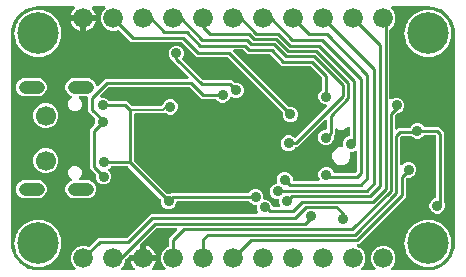
<source format=gbr>
G04 EAGLE Gerber RS-274X export*
G75*
%MOMM*%
%FSLAX34Y34*%
%LPD*%
%INBottom Copper*%
%IPPOS*%
%AMOC8*
5,1,8,0,0,1.08239X$1,22.5*%
G01*
%ADD10C,3.516000*%
%ADD11C,1.700000*%
%ADD12C,1.108000*%
%ADD13C,1.676400*%
%ADD14C,0.906400*%
%ADD15C,0.254000*%
%ADD16C,0.203200*%

G36*
X56004Y2558D02*
X56004Y2558D01*
X56143Y2571D01*
X56162Y2578D01*
X56182Y2581D01*
X56311Y2632D01*
X56442Y2679D01*
X56459Y2690D01*
X56478Y2698D01*
X56590Y2779D01*
X56705Y2857D01*
X56719Y2873D01*
X56735Y2884D01*
X56824Y2992D01*
X56916Y3096D01*
X56925Y3114D01*
X56938Y3129D01*
X56997Y3255D01*
X57060Y3379D01*
X57065Y3399D01*
X57073Y3417D01*
X57099Y3553D01*
X57130Y3689D01*
X57129Y3710D01*
X57133Y3729D01*
X57124Y3868D01*
X57120Y4007D01*
X57115Y4027D01*
X57113Y4047D01*
X57071Y4179D01*
X57032Y4313D01*
X57022Y4330D01*
X57015Y4349D01*
X56941Y4467D01*
X56870Y4587D01*
X56852Y4608D01*
X56845Y4618D01*
X56830Y4632D01*
X56764Y4707D01*
X54671Y6801D01*
X53085Y10628D01*
X53085Y14772D01*
X54671Y18599D01*
X57601Y21529D01*
X61428Y23115D01*
X65572Y23115D01*
X67385Y22364D01*
X67413Y22356D01*
X67440Y22342D01*
X67566Y22314D01*
X67692Y22280D01*
X67721Y22279D01*
X67750Y22273D01*
X67880Y22277D01*
X68010Y22275D01*
X68038Y22282D01*
X68068Y22282D01*
X68192Y22319D01*
X68319Y22349D01*
X68345Y22363D01*
X68373Y22371D01*
X68485Y22437D01*
X68600Y22498D01*
X68622Y22517D01*
X68647Y22532D01*
X68768Y22639D01*
X73796Y27666D01*
X76102Y29973D01*
X99706Y29973D01*
X99804Y29985D01*
X99903Y29988D01*
X99962Y30005D01*
X100022Y30013D01*
X100114Y30049D01*
X100209Y30077D01*
X100261Y30107D01*
X100317Y30130D01*
X100397Y30188D01*
X100483Y30238D01*
X100558Y30304D01*
X100575Y30316D01*
X100583Y30326D01*
X100604Y30344D01*
X120766Y50507D01*
X210391Y50507D01*
X210440Y50513D01*
X210489Y50511D01*
X210597Y50533D01*
X210706Y50547D01*
X210752Y50565D01*
X210801Y50575D01*
X210899Y50623D01*
X211002Y50664D01*
X211042Y50693D01*
X211087Y50715D01*
X211170Y50786D01*
X211259Y50850D01*
X211291Y50889D01*
X211329Y50921D01*
X211392Y51011D01*
X211462Y51095D01*
X211483Y51140D01*
X211512Y51181D01*
X211551Y51284D01*
X211597Y51383D01*
X211607Y51432D01*
X211624Y51478D01*
X211637Y51588D01*
X211657Y51695D01*
X211654Y51745D01*
X211660Y51794D01*
X211644Y51903D01*
X211637Y52013D01*
X211622Y52060D01*
X211615Y52109D01*
X211563Y52262D01*
X210605Y54574D01*
X210605Y56936D01*
X210590Y57054D01*
X210583Y57173D01*
X210570Y57211D01*
X210565Y57252D01*
X210522Y57362D01*
X210485Y57475D01*
X210463Y57510D01*
X210448Y57547D01*
X210379Y57643D01*
X210315Y57744D01*
X210285Y57772D01*
X210262Y57805D01*
X210170Y57881D01*
X210083Y57962D01*
X210048Y57982D01*
X210017Y58007D01*
X209909Y58058D01*
X209805Y58116D01*
X209765Y58126D01*
X209729Y58143D01*
X209612Y58165D01*
X209497Y58195D01*
X209437Y58199D01*
X209417Y58203D01*
X209396Y58201D01*
X209336Y58205D01*
X208244Y58205D01*
X205831Y59205D01*
X203941Y61096D01*
X203862Y61156D01*
X203790Y61224D01*
X203737Y61253D01*
X203689Y61290D01*
X203598Y61330D01*
X203512Y61378D01*
X203453Y61393D01*
X203397Y61417D01*
X203299Y61432D01*
X203204Y61457D01*
X203104Y61463D01*
X203083Y61467D01*
X203071Y61465D01*
X203043Y61467D01*
X143724Y61467D01*
X143606Y61452D01*
X143487Y61445D01*
X143449Y61432D01*
X143408Y61427D01*
X143298Y61384D01*
X143185Y61347D01*
X143150Y61325D01*
X143113Y61310D01*
X143017Y61241D01*
X142916Y61177D01*
X142888Y61147D01*
X142855Y61124D01*
X142779Y61032D01*
X142698Y60945D01*
X142678Y60910D01*
X142653Y60879D01*
X142602Y60771D01*
X142544Y60667D01*
X142534Y60627D01*
X142517Y60591D01*
X142495Y60474D01*
X142465Y60359D01*
X142461Y60299D01*
X142457Y60279D01*
X142459Y60258D01*
X142455Y60198D01*
X142455Y59654D01*
X141455Y57241D01*
X139609Y55395D01*
X137196Y54395D01*
X134584Y54395D01*
X132171Y55395D01*
X130325Y57241D01*
X129325Y59654D01*
X129325Y62328D01*
X129313Y62426D01*
X129310Y62525D01*
X129293Y62584D01*
X129285Y62644D01*
X129249Y62736D01*
X129221Y62831D01*
X129191Y62883D01*
X129168Y62939D01*
X129110Y63019D01*
X129060Y63105D01*
X128994Y63180D01*
X128982Y63197D01*
X128972Y63205D01*
X128954Y63226D01*
X101874Y90306D01*
X101795Y90366D01*
X101723Y90434D01*
X101670Y90463D01*
X101622Y90500D01*
X101531Y90540D01*
X101445Y90588D01*
X101386Y90603D01*
X101331Y90627D01*
X101233Y90642D01*
X101137Y90667D01*
X101037Y90673D01*
X101016Y90677D01*
X101004Y90675D01*
X100976Y90677D01*
X87787Y90677D01*
X87689Y90665D01*
X87590Y90662D01*
X87532Y90645D01*
X87471Y90637D01*
X87379Y90601D01*
X87284Y90573D01*
X87232Y90543D01*
X87176Y90520D01*
X87096Y90462D01*
X87010Y90412D01*
X86935Y90346D01*
X86918Y90334D01*
X86911Y90324D01*
X86889Y90306D01*
X85181Y88597D01*
X85108Y88503D01*
X85029Y88414D01*
X85011Y88378D01*
X84986Y88346D01*
X84939Y88236D01*
X84885Y88130D01*
X84876Y88091D01*
X84860Y88054D01*
X84841Y87936D01*
X84815Y87820D01*
X84816Y87780D01*
X84810Y87740D01*
X84821Y87621D01*
X84825Y87502D01*
X84836Y87463D01*
X84840Y87423D01*
X84880Y87311D01*
X84913Y87197D01*
X84934Y87162D01*
X84947Y87124D01*
X85014Y87025D01*
X85075Y86923D01*
X85114Y86878D01*
X85126Y86861D01*
X85141Y86847D01*
X85181Y86802D01*
X86349Y85634D01*
X87349Y83221D01*
X87349Y80609D01*
X86349Y78196D01*
X84503Y76350D01*
X82090Y75350D01*
X79478Y75350D01*
X77065Y76350D01*
X75219Y78196D01*
X74219Y80609D01*
X74219Y83283D01*
X74207Y83381D01*
X74204Y83480D01*
X74187Y83539D01*
X74179Y83599D01*
X74143Y83691D01*
X74115Y83786D01*
X74085Y83838D01*
X74062Y83894D01*
X74004Y83974D01*
X73954Y84060D01*
X73888Y84135D01*
X73876Y84152D01*
X73866Y84160D01*
X73848Y84181D01*
X69087Y88941D01*
X69087Y122018D01*
X71393Y124324D01*
X71394Y124324D01*
X73074Y126004D01*
X73134Y126083D01*
X73202Y126155D01*
X73231Y126208D01*
X73268Y126256D01*
X73308Y126347D01*
X73356Y126433D01*
X73371Y126492D01*
X73395Y126547D01*
X73410Y126645D01*
X73435Y126741D01*
X73441Y126839D01*
X73443Y126847D01*
X73443Y126849D01*
X73445Y126862D01*
X73443Y126874D01*
X73445Y126902D01*
X73445Y129576D01*
X73665Y130106D01*
X73673Y130135D01*
X73686Y130161D01*
X73715Y130288D01*
X73749Y130413D01*
X73749Y130442D01*
X73756Y130471D01*
X73752Y130601D01*
X73754Y130731D01*
X73747Y130760D01*
X73746Y130789D01*
X73710Y130914D01*
X73680Y131040D01*
X73666Y131066D01*
X73658Y131095D01*
X73592Y131206D01*
X73531Y131321D01*
X73511Y131343D01*
X73496Y131369D01*
X73390Y131489D01*
X67817Y137062D01*
X67817Y148658D01*
X67802Y148776D01*
X67795Y148895D01*
X67782Y148933D01*
X67777Y148974D01*
X67734Y149084D01*
X67697Y149197D01*
X67675Y149232D01*
X67660Y149269D01*
X67591Y149365D01*
X67527Y149466D01*
X67497Y149494D01*
X67474Y149527D01*
X67382Y149603D01*
X67295Y149684D01*
X67260Y149704D01*
X67229Y149729D01*
X67121Y149780D01*
X67017Y149838D01*
X66977Y149848D01*
X66941Y149865D01*
X66824Y149887D01*
X66709Y149917D01*
X66649Y149921D01*
X66629Y149925D01*
X66608Y149923D01*
X66548Y149927D01*
X60976Y149927D01*
X60838Y149910D01*
X60700Y149897D01*
X60681Y149890D01*
X60661Y149887D01*
X60532Y149836D01*
X60401Y149789D01*
X60384Y149778D01*
X60365Y149770D01*
X60253Y149689D01*
X60138Y149611D01*
X60124Y149595D01*
X60108Y149584D01*
X60019Y149476D01*
X59927Y149372D01*
X59918Y149354D01*
X59905Y149339D01*
X59846Y149213D01*
X59782Y149089D01*
X59778Y149069D01*
X59769Y149051D01*
X59743Y148914D01*
X59713Y148779D01*
X59713Y148758D01*
X59710Y148739D01*
X59718Y148600D01*
X59722Y148461D01*
X59728Y148441D01*
X59729Y148421D01*
X59772Y148289D01*
X59811Y148155D01*
X59821Y148138D01*
X59827Y148119D01*
X59902Y148001D01*
X59972Y147881D01*
X59991Y147860D01*
X59998Y147850D01*
X60013Y147836D01*
X60079Y147761D01*
X61359Y146480D01*
X62241Y144352D01*
X62241Y142048D01*
X61359Y139920D01*
X59730Y138291D01*
X57602Y137409D01*
X55298Y137409D01*
X53170Y138291D01*
X51541Y139920D01*
X50659Y142048D01*
X50659Y144352D01*
X51541Y146480D01*
X53177Y148116D01*
X53271Y148170D01*
X53394Y148235D01*
X53409Y148249D01*
X53427Y148259D01*
X53526Y148355D01*
X53629Y148449D01*
X53641Y148466D01*
X53655Y148480D01*
X53728Y148599D01*
X53804Y148715D01*
X53811Y148734D01*
X53821Y148751D01*
X53862Y148884D01*
X53907Y149015D01*
X53909Y149036D01*
X53915Y149055D01*
X53922Y149194D01*
X53933Y149332D01*
X53929Y149352D01*
X53930Y149373D01*
X53902Y149509D01*
X53878Y149646D01*
X53870Y149664D01*
X53866Y149684D01*
X53805Y149809D01*
X53748Y149936D01*
X53735Y149952D01*
X53726Y149970D01*
X53636Y150075D01*
X53549Y150184D01*
X53533Y150196D01*
X53520Y150212D01*
X53406Y150292D01*
X53295Y150375D01*
X53270Y150388D01*
X53260Y150395D01*
X53241Y150402D01*
X53150Y150446D01*
X51620Y151080D01*
X49490Y153210D01*
X48337Y155994D01*
X48337Y159006D01*
X49490Y161790D01*
X51620Y163920D01*
X54404Y165073D01*
X68496Y165073D01*
X71280Y163920D01*
X73410Y161790D01*
X74510Y159133D01*
X74535Y159090D01*
X74552Y159043D01*
X74613Y158952D01*
X74668Y158857D01*
X74702Y158821D01*
X74730Y158780D01*
X74812Y158707D01*
X74889Y158628D01*
X74932Y158602D01*
X74969Y158569D01*
X75067Y158519D01*
X75160Y158462D01*
X75208Y158447D01*
X75252Y158425D01*
X75359Y158401D01*
X75464Y158368D01*
X75514Y158366D01*
X75562Y158355D01*
X75672Y158359D01*
X75782Y158353D01*
X75830Y158363D01*
X75880Y158365D01*
X75986Y158395D01*
X76093Y158418D01*
X76138Y158439D01*
X76186Y158453D01*
X76280Y158509D01*
X76379Y158557D01*
X76417Y158590D01*
X76460Y158615D01*
X76580Y158721D01*
X82452Y164593D01*
X151522Y164593D01*
X151660Y164610D01*
X151799Y164623D01*
X151818Y164630D01*
X151838Y164633D01*
X151967Y164684D01*
X152098Y164731D01*
X152115Y164742D01*
X152133Y164750D01*
X152246Y164831D01*
X152361Y164909D01*
X152374Y164925D01*
X152391Y164936D01*
X152479Y165044D01*
X152572Y165148D01*
X152581Y165166D01*
X152594Y165181D01*
X152653Y165307D01*
X152716Y165431D01*
X152721Y165451D01*
X152729Y165469D01*
X152755Y165605D01*
X152786Y165741D01*
X152785Y165762D01*
X152789Y165781D01*
X152780Y165920D01*
X152776Y166059D01*
X152770Y166079D01*
X152769Y166099D01*
X152726Y166231D01*
X152688Y166365D01*
X152677Y166382D01*
X152671Y166401D01*
X152597Y166519D01*
X152526Y166639D01*
X152508Y166660D01*
X152501Y166670D01*
X152486Y166684D01*
X152420Y166759D01*
X139246Y179933D01*
X139242Y179964D01*
X139239Y180063D01*
X139223Y180121D01*
X139215Y180181D01*
X139178Y180273D01*
X139151Y180368D01*
X139120Y180420D01*
X139098Y180477D01*
X139040Y180557D01*
X138989Y180642D01*
X138923Y180718D01*
X138911Y180734D01*
X138902Y180742D01*
X138883Y180763D01*
X136992Y182654D01*
X135993Y185067D01*
X135993Y187678D01*
X136992Y190091D01*
X138839Y191938D01*
X141252Y192937D01*
X143863Y192937D01*
X146276Y191938D01*
X148123Y190091D01*
X149122Y187678D01*
X149122Y185067D01*
X148123Y182654D01*
X147892Y182423D01*
X147819Y182329D01*
X147741Y182240D01*
X147722Y182204D01*
X147697Y182172D01*
X147650Y182063D01*
X147596Y181957D01*
X147587Y181917D01*
X147571Y181880D01*
X147552Y181763D01*
X147526Y181647D01*
X147528Y181606D01*
X147521Y181566D01*
X147532Y181448D01*
X147536Y181329D01*
X147547Y181290D01*
X147551Y181250D01*
X147591Y181137D01*
X147624Y181023D01*
X147645Y180988D01*
X147659Y180950D01*
X147725Y180852D01*
X147786Y180749D01*
X147826Y180704D01*
X147837Y180687D01*
X147852Y180674D01*
X147892Y180628D01*
X164826Y163694D01*
X164905Y163634D01*
X164977Y163566D01*
X165030Y163537D01*
X165078Y163500D01*
X165169Y163460D01*
X165255Y163412D01*
X165314Y163397D01*
X165369Y163373D01*
X165467Y163358D01*
X165563Y163333D01*
X165663Y163327D01*
X165683Y163323D01*
X165696Y163325D01*
X165724Y163323D01*
X189328Y163323D01*
X190774Y161876D01*
X190853Y161816D01*
X190925Y161748D01*
X190978Y161719D01*
X191026Y161682D01*
X191117Y161642D01*
X191203Y161594D01*
X191262Y161579D01*
X191317Y161555D01*
X191415Y161540D01*
X191511Y161515D01*
X191611Y161509D01*
X191632Y161505D01*
X191644Y161507D01*
X191672Y161505D01*
X194346Y161505D01*
X196759Y160505D01*
X198605Y158659D01*
X199605Y156246D01*
X199605Y153634D01*
X198605Y151221D01*
X196759Y149375D01*
X194346Y148375D01*
X191734Y148375D01*
X189356Y149360D01*
X189242Y149392D01*
X189129Y149430D01*
X189089Y149433D01*
X189050Y149444D01*
X188931Y149446D01*
X188812Y149455D01*
X188772Y149449D01*
X188732Y149449D01*
X188616Y149421D01*
X188499Y149401D01*
X188462Y149384D01*
X188422Y149375D01*
X188317Y149319D01*
X188209Y149270D01*
X188177Y149245D01*
X188141Y149226D01*
X188053Y149146D01*
X187960Y149072D01*
X187936Y149040D01*
X187906Y149012D01*
X187841Y148913D01*
X187769Y148818D01*
X187742Y148764D01*
X187731Y148747D01*
X187725Y148727D01*
X187698Y148673D01*
X187175Y147411D01*
X185329Y145565D01*
X182916Y144565D01*
X180304Y144565D01*
X177891Y145565D01*
X176001Y147456D01*
X175922Y147516D01*
X175850Y147584D01*
X175797Y147613D01*
X175749Y147650D01*
X175658Y147690D01*
X175572Y147738D01*
X175513Y147753D01*
X175457Y147777D01*
X175359Y147792D01*
X175264Y147817D01*
X175164Y147823D01*
X175143Y147827D01*
X175131Y147825D01*
X175103Y147827D01*
X163732Y147827D01*
X153944Y157616D01*
X153865Y157676D01*
X153793Y157744D01*
X153740Y157773D01*
X153692Y157810D01*
X153601Y157850D01*
X153515Y157898D01*
X153456Y157913D01*
X153401Y157937D01*
X153303Y157952D01*
X153207Y157977D01*
X153107Y157983D01*
X153086Y157987D01*
X153074Y157985D01*
X153046Y157987D01*
X85714Y157987D01*
X85616Y157975D01*
X85517Y157972D01*
X85458Y157955D01*
X85398Y157947D01*
X85306Y157911D01*
X85211Y157883D01*
X85159Y157853D01*
X85103Y157830D01*
X85023Y157772D01*
X84937Y157722D01*
X84862Y157656D01*
X84845Y157644D01*
X84837Y157634D01*
X84816Y157616D01*
X78172Y150971D01*
X78087Y150862D01*
X77998Y150755D01*
X77990Y150736D01*
X77977Y150720D01*
X77922Y150592D01*
X77863Y150467D01*
X77859Y150447D01*
X77851Y150428D01*
X77829Y150290D01*
X77803Y150154D01*
X77804Y150134D01*
X77801Y150114D01*
X77814Y149975D01*
X77823Y149837D01*
X77829Y149818D01*
X77831Y149798D01*
X77878Y149666D01*
X77921Y149535D01*
X77932Y149517D01*
X77939Y149498D01*
X78017Y149383D01*
X78091Y149266D01*
X78106Y149252D01*
X78117Y149235D01*
X78221Y149143D01*
X78323Y149048D01*
X78340Y149038D01*
X78356Y149025D01*
X78480Y148961D01*
X78601Y148894D01*
X78621Y148889D01*
X78639Y148880D01*
X78775Y148850D01*
X78909Y148815D01*
X78937Y148813D01*
X78949Y148810D01*
X78970Y148811D01*
X79070Y148805D01*
X81316Y148805D01*
X83729Y147805D01*
X85619Y145914D01*
X85698Y145854D01*
X85770Y145786D01*
X85823Y145757D01*
X85871Y145720D01*
X85962Y145680D01*
X86048Y145632D01*
X86107Y145617D01*
X86163Y145593D01*
X86261Y145578D01*
X86356Y145553D01*
X86456Y145547D01*
X86477Y145543D01*
X86489Y145545D01*
X86517Y145543D01*
X100428Y145543D01*
X104120Y141850D01*
X104199Y141790D01*
X104271Y141722D01*
X104324Y141693D01*
X104372Y141656D01*
X104463Y141616D01*
X104549Y141568D01*
X104608Y141553D01*
X104663Y141529D01*
X104761Y141514D01*
X104857Y141489D01*
X104957Y141483D01*
X104978Y141479D01*
X104990Y141481D01*
X105018Y141479D01*
X129021Y141479D01*
X129120Y141491D01*
X129219Y141494D01*
X129277Y141511D01*
X129337Y141519D01*
X129429Y141555D01*
X129524Y141583D01*
X129576Y141613D01*
X129633Y141636D01*
X129713Y141694D01*
X129798Y141744D01*
X129873Y141810D01*
X129890Y141822D01*
X129898Y141832D01*
X129919Y141850D01*
X130594Y142526D01*
X130600Y142533D01*
X130607Y142539D01*
X130697Y142658D01*
X130705Y142669D01*
X130770Y142747D01*
X130776Y142760D01*
X130789Y142777D01*
X130793Y142786D01*
X130798Y142793D01*
X130869Y142938D01*
X131595Y144689D01*
X133441Y146535D01*
X135854Y147535D01*
X138466Y147535D01*
X140879Y146535D01*
X142725Y144689D01*
X143725Y142276D01*
X143725Y139664D01*
X142725Y137251D01*
X140879Y135405D01*
X138466Y134405D01*
X135854Y134405D01*
X133274Y135474D01*
X133245Y135482D01*
X133219Y135495D01*
X133092Y135524D01*
X132967Y135558D01*
X132938Y135559D01*
X132909Y135565D01*
X132779Y135561D01*
X132649Y135563D01*
X132620Y135556D01*
X132591Y135555D01*
X132466Y135519D01*
X132340Y135489D01*
X132314Y135475D01*
X132285Y135467D01*
X132174Y135401D01*
X132136Y135381D01*
X107442Y135381D01*
X107324Y135366D01*
X107205Y135359D01*
X107167Y135346D01*
X107126Y135341D01*
X107016Y135298D01*
X106903Y135261D01*
X106868Y135239D01*
X106831Y135224D01*
X106735Y135155D01*
X106634Y135091D01*
X106606Y135061D01*
X106573Y135038D01*
X106497Y134946D01*
X106416Y134859D01*
X106396Y134824D01*
X106371Y134793D01*
X106320Y134685D01*
X106262Y134581D01*
X106252Y134541D01*
X106235Y134505D01*
X106213Y134388D01*
X106183Y134273D01*
X106179Y134213D01*
X106175Y134193D01*
X106177Y134172D01*
X106173Y134112D01*
X106173Y95874D01*
X106185Y95776D01*
X106188Y95677D01*
X106205Y95618D01*
X106213Y95558D01*
X106249Y95466D01*
X106277Y95371D01*
X106307Y95319D01*
X106330Y95263D01*
X106388Y95183D01*
X106438Y95097D01*
X106504Y95022D01*
X106516Y95005D01*
X106526Y94997D01*
X106544Y94976D01*
X133624Y67896D01*
X133703Y67836D01*
X133775Y67768D01*
X133828Y67739D01*
X133876Y67702D01*
X133967Y67662D01*
X134053Y67614D01*
X134112Y67599D01*
X134167Y67575D01*
X134265Y67560D01*
X134361Y67535D01*
X134461Y67529D01*
X134482Y67525D01*
X134494Y67527D01*
X134522Y67525D01*
X137258Y67525D01*
X137356Y67537D01*
X137455Y67540D01*
X137514Y67557D01*
X137574Y67565D01*
X137666Y67601D01*
X137761Y67629D01*
X137813Y67659D01*
X137869Y67682D01*
X137949Y67740D01*
X138035Y67790D01*
X138110Y67856D01*
X138127Y67868D01*
X138135Y67878D01*
X138156Y67896D01*
X138332Y68073D01*
X203043Y68073D01*
X203141Y68085D01*
X203240Y68088D01*
X203298Y68105D01*
X203359Y68113D01*
X203451Y68149D01*
X203546Y68177D01*
X203598Y68207D01*
X203654Y68230D01*
X203734Y68288D01*
X203820Y68338D01*
X203895Y68404D01*
X203912Y68416D01*
X203919Y68426D01*
X203941Y68444D01*
X205831Y70335D01*
X208244Y71335D01*
X210856Y71335D01*
X213269Y70335D01*
X215115Y68489D01*
X216115Y66076D01*
X216115Y63714D01*
X216130Y63596D01*
X216137Y63477D01*
X216150Y63439D01*
X216155Y63398D01*
X216198Y63288D01*
X216235Y63175D01*
X216257Y63140D01*
X216272Y63103D01*
X216341Y63007D01*
X216405Y62906D01*
X216435Y62878D01*
X216458Y62845D01*
X216550Y62769D01*
X216637Y62688D01*
X216672Y62668D01*
X216703Y62643D01*
X216811Y62592D01*
X216915Y62534D01*
X216955Y62524D01*
X216991Y62507D01*
X217108Y62485D01*
X217223Y62455D01*
X217283Y62451D01*
X217303Y62447D01*
X217324Y62449D01*
X217384Y62445D01*
X218476Y62445D01*
X220889Y61445D01*
X222735Y59599D01*
X223746Y57158D01*
X223750Y57131D01*
X223757Y57012D01*
X223770Y56974D01*
X223775Y56934D01*
X223818Y56823D01*
X223855Y56710D01*
X223877Y56675D01*
X223892Y56638D01*
X223961Y56542D01*
X224025Y56441D01*
X224055Y56413D01*
X224078Y56380D01*
X224170Y56305D01*
X224257Y56223D01*
X224292Y56203D01*
X224323Y56178D01*
X224431Y56127D01*
X224535Y56069D01*
X224575Y56059D01*
X224611Y56042D01*
X224728Y56020D01*
X224843Y55990D01*
X224903Y55986D01*
X224923Y55982D01*
X224944Y55984D01*
X225004Y55980D01*
X229278Y55980D01*
X229327Y55986D01*
X229377Y55984D01*
X229484Y56006D01*
X229593Y56020D01*
X229640Y56038D01*
X229688Y56048D01*
X229787Y56096D01*
X229889Y56137D01*
X229929Y56166D01*
X229974Y56188D01*
X230057Y56259D01*
X230146Y56324D01*
X230178Y56362D01*
X230216Y56394D01*
X230279Y56484D01*
X230349Y56568D01*
X230370Y56613D01*
X230399Y56654D01*
X230438Y56757D01*
X230485Y56856D01*
X230494Y56905D01*
X230512Y56951D01*
X230524Y57061D01*
X230544Y57169D01*
X230541Y57218D01*
X230547Y57268D01*
X230531Y57376D01*
X230525Y57486D01*
X230509Y57533D01*
X230502Y57582D01*
X230450Y57735D01*
X229655Y59654D01*
X229655Y61607D01*
X229640Y61725D01*
X229633Y61844D01*
X229620Y61882D01*
X229615Y61923D01*
X229572Y62033D01*
X229535Y62147D01*
X229513Y62181D01*
X229498Y62218D01*
X229429Y62315D01*
X229365Y62415D01*
X229335Y62443D01*
X229312Y62476D01*
X229220Y62552D01*
X229133Y62633D01*
X229098Y62653D01*
X229067Y62678D01*
X228959Y62729D01*
X228855Y62787D01*
X228815Y62797D01*
X228779Y62814D01*
X228662Y62836D01*
X228547Y62866D01*
X228487Y62870D01*
X228467Y62874D01*
X228446Y62873D01*
X228386Y62876D01*
X226885Y62876D01*
X224472Y63876D01*
X222626Y65722D01*
X221626Y68135D01*
X221626Y70747D01*
X222626Y73160D01*
X224472Y75006D01*
X226913Y76017D01*
X226983Y76032D01*
X227092Y76046D01*
X227139Y76064D01*
X227187Y76074D01*
X227286Y76122D01*
X227388Y76163D01*
X227428Y76192D01*
X227473Y76214D01*
X227557Y76285D01*
X227645Y76350D01*
X227677Y76388D01*
X227715Y76420D01*
X227778Y76510D01*
X227848Y76594D01*
X227869Y76639D01*
X227898Y76680D01*
X227937Y76783D01*
X227984Y76882D01*
X227993Y76931D01*
X228011Y76978D01*
X228023Y77087D01*
X228044Y77195D01*
X228041Y77244D01*
X228046Y77294D01*
X228031Y77402D01*
X228024Y77512D01*
X228009Y77559D01*
X228002Y77608D01*
X227950Y77761D01*
X227801Y78120D01*
X227801Y80731D01*
X228800Y83144D01*
X230647Y84991D01*
X233060Y85990D01*
X235671Y85990D01*
X238084Y84991D01*
X239931Y83144D01*
X240930Y80731D01*
X240930Y79553D01*
X240945Y79434D01*
X240953Y79316D01*
X240965Y79277D01*
X240970Y79237D01*
X241014Y79126D01*
X241051Y79013D01*
X241072Y78979D01*
X241087Y78941D01*
X241157Y78845D01*
X241221Y78744D01*
X241250Y78717D01*
X241274Y78684D01*
X241366Y78608D01*
X241452Y78526D01*
X241488Y78507D01*
X241519Y78481D01*
X241627Y78430D01*
X241731Y78373D01*
X241770Y78363D01*
X241807Y78346D01*
X241923Y78323D01*
X242039Y78294D01*
X242099Y78290D01*
X242119Y78286D01*
X242139Y78287D01*
X242200Y78283D01*
X262486Y78283D01*
X262536Y78290D01*
X262585Y78287D01*
X262693Y78309D01*
X262802Y78323D01*
X262848Y78341D01*
X262897Y78351D01*
X262996Y78400D01*
X263098Y78440D01*
X263138Y78469D01*
X263182Y78491D01*
X263266Y78562D01*
X263355Y78627D01*
X263387Y78665D01*
X263424Y78698D01*
X263488Y78787D01*
X263558Y78872D01*
X263579Y78917D01*
X263608Y78958D01*
X263646Y79060D01*
X263693Y79160D01*
X263703Y79208D01*
X263720Y79255D01*
X263732Y79364D01*
X263753Y79472D01*
X263750Y79522D01*
X263755Y79571D01*
X263740Y79680D01*
X263733Y79789D01*
X263718Y79837D01*
X263711Y79886D01*
X263659Y80038D01*
X262675Y82413D01*
X262675Y85025D01*
X263675Y87438D01*
X265521Y89284D01*
X267934Y90284D01*
X270546Y90284D01*
X272959Y89284D01*
X274805Y87438D01*
X275442Y85900D01*
X275457Y85875D01*
X275466Y85847D01*
X275535Y85737D01*
X275600Y85624D01*
X275620Y85603D01*
X275636Y85578D01*
X275731Y85489D01*
X275821Y85396D01*
X275846Y85380D01*
X275868Y85360D01*
X275981Y85297D01*
X276092Y85229D01*
X276120Y85221D01*
X276146Y85206D01*
X276272Y85174D01*
X276396Y85136D01*
X276425Y85134D01*
X276454Y85127D01*
X276615Y85117D01*
X293381Y85117D01*
X293479Y85129D01*
X293578Y85132D01*
X293637Y85149D01*
X293697Y85157D01*
X293789Y85193D01*
X293884Y85221D01*
X293936Y85251D01*
X293992Y85274D01*
X294072Y85332D01*
X294158Y85382D01*
X294233Y85448D01*
X294250Y85460D01*
X294258Y85470D01*
X294279Y85488D01*
X294776Y85985D01*
X294836Y86064D01*
X294904Y86136D01*
X294933Y86189D01*
X294970Y86237D01*
X295010Y86328D01*
X295058Y86414D01*
X295073Y86473D01*
X295097Y86528D01*
X295112Y86626D01*
X295137Y86722D01*
X295143Y86822D01*
X295147Y86843D01*
X295145Y86855D01*
X295147Y86883D01*
X295147Y102695D01*
X295141Y102745D01*
X295143Y102794D01*
X295121Y102902D01*
X295107Y103011D01*
X295089Y103057D01*
X295079Y103106D01*
X295031Y103205D01*
X294990Y103307D01*
X294961Y103347D01*
X294939Y103392D01*
X294868Y103475D01*
X294804Y103564D01*
X294765Y103596D01*
X294733Y103634D01*
X294643Y103697D01*
X294559Y103767D01*
X294514Y103788D01*
X294473Y103817D01*
X294370Y103856D01*
X294271Y103902D01*
X294222Y103912D01*
X294176Y103929D01*
X294066Y103942D01*
X293959Y103962D01*
X293909Y103959D01*
X293860Y103965D01*
X293751Y103949D01*
X293641Y103942D01*
X293594Y103927D01*
X293545Y103920D01*
X293392Y103868D01*
X291464Y103069D01*
X290440Y103069D01*
X290391Y103063D01*
X290341Y103065D01*
X290234Y103043D01*
X290125Y103029D01*
X290079Y103011D01*
X290030Y103001D01*
X289931Y102953D01*
X289829Y102912D01*
X289789Y102883D01*
X289744Y102861D01*
X289661Y102790D01*
X289572Y102726D01*
X289540Y102687D01*
X289502Y102655D01*
X289439Y102565D01*
X289369Y102481D01*
X289348Y102436D01*
X289319Y102395D01*
X289280Y102292D01*
X289233Y102193D01*
X289224Y102144D01*
X289206Y102098D01*
X289194Y101988D01*
X289174Y101881D01*
X289177Y101831D01*
X289171Y101782D01*
X289187Y101673D01*
X289193Y101563D01*
X289209Y101516D01*
X289216Y101467D01*
X289268Y101314D01*
X289481Y100800D01*
X289481Y97800D01*
X288333Y95029D01*
X286211Y92907D01*
X283440Y91759D01*
X280440Y91759D01*
X277669Y92907D01*
X275547Y95029D01*
X274399Y97800D01*
X274399Y100800D01*
X275547Y103571D01*
X277669Y105693D01*
X280440Y106841D01*
X282324Y106841D01*
X282442Y106856D01*
X282561Y106863D01*
X282599Y106876D01*
X282639Y106881D01*
X282750Y106924D01*
X282863Y106961D01*
X282898Y106983D01*
X282935Y106998D01*
X283031Y107067D01*
X283132Y107131D01*
X283160Y107161D01*
X283192Y107184D01*
X283268Y107276D01*
X283350Y107363D01*
X283369Y107398D01*
X283395Y107429D01*
X283446Y107537D01*
X283503Y107641D01*
X283514Y107681D01*
X283531Y107717D01*
X283553Y107834D01*
X283583Y107949D01*
X283587Y108009D01*
X283591Y108029D01*
X283589Y108050D01*
X283593Y108110D01*
X283593Y110940D01*
X284593Y113353D01*
X286439Y115199D01*
X288612Y116099D01*
X288637Y116114D01*
X288665Y116123D01*
X288775Y116192D01*
X288888Y116257D01*
X288909Y116277D01*
X288934Y116293D01*
X289023Y116387D01*
X289116Y116478D01*
X289132Y116503D01*
X289152Y116525D01*
X289215Y116638D01*
X289283Y116749D01*
X289291Y116777D01*
X289305Y116803D01*
X289338Y116929D01*
X289376Y117053D01*
X289378Y117082D01*
X289385Y117111D01*
X289395Y117272D01*
X289395Y123027D01*
X289378Y123165D01*
X289365Y123303D01*
X289358Y123322D01*
X289355Y123342D01*
X289304Y123471D01*
X289257Y123602D01*
X289246Y123619D01*
X289238Y123638D01*
X289157Y123750D01*
X289078Y123866D01*
X289063Y123879D01*
X289051Y123895D01*
X288944Y123984D01*
X288840Y124076D01*
X288822Y124085D01*
X288806Y124098D01*
X288681Y124157D01*
X288557Y124221D01*
X288537Y124225D01*
X288519Y124234D01*
X288382Y124260D01*
X288247Y124290D01*
X288226Y124290D01*
X288206Y124293D01*
X288068Y124285D01*
X287929Y124281D01*
X287909Y124275D01*
X287889Y124274D01*
X287757Y124231D01*
X287623Y124192D01*
X287606Y124182D01*
X287586Y124176D01*
X287469Y124101D01*
X287349Y124031D01*
X287328Y124012D01*
X287318Y124005D01*
X287304Y123990D01*
X287228Y123924D01*
X286211Y122907D01*
X283440Y121759D01*
X280440Y121759D01*
X278188Y122692D01*
X278140Y122705D01*
X278095Y122727D01*
X277987Y122747D01*
X277881Y122776D01*
X277831Y122777D01*
X277782Y122786D01*
X277673Y122779D01*
X277563Y122781D01*
X277515Y122770D01*
X277465Y122767D01*
X277361Y122733D01*
X277254Y122707D01*
X277210Y122684D01*
X277163Y122669D01*
X277070Y122610D01*
X276973Y122558D01*
X276936Y122525D01*
X276894Y122498D01*
X276819Y122418D01*
X276737Y122344D01*
X276710Y122303D01*
X276676Y122267D01*
X276623Y122171D01*
X276563Y122079D01*
X276546Y122032D01*
X276522Y121988D01*
X276495Y121882D01*
X276459Y121778D01*
X276455Y121728D01*
X276443Y121680D01*
X276433Y121520D01*
X276433Y117610D01*
X276016Y117194D01*
X275955Y117115D01*
X275887Y117043D01*
X275858Y116990D01*
X275821Y116942D01*
X275782Y116851D01*
X275734Y116765D01*
X275719Y116706D01*
X275695Y116651D01*
X275679Y116553D01*
X275655Y116457D01*
X275648Y116357D01*
X275645Y116336D01*
X275646Y116324D01*
X275644Y116296D01*
X275644Y113622D01*
X274645Y111209D01*
X272798Y109363D01*
X270385Y108363D01*
X267774Y108363D01*
X265361Y109363D01*
X263514Y111209D01*
X262515Y113622D01*
X262515Y116234D01*
X263514Y118647D01*
X265361Y120493D01*
X267774Y121493D01*
X268558Y121493D01*
X268676Y121508D01*
X268795Y121515D01*
X268833Y121528D01*
X268874Y121533D01*
X268984Y121576D01*
X269097Y121613D01*
X269132Y121635D01*
X269169Y121650D01*
X269265Y121719D01*
X269366Y121783D01*
X269394Y121813D01*
X269427Y121836D01*
X269503Y121928D01*
X269584Y122015D01*
X269604Y122050D01*
X269629Y122081D01*
X269680Y122189D01*
X269738Y122293D01*
X269748Y122333D01*
X269765Y122369D01*
X269787Y122486D01*
X269817Y122601D01*
X269821Y122661D01*
X269825Y122681D01*
X269823Y122702D01*
X269827Y122762D01*
X269827Y128858D01*
X269810Y128996D01*
X269797Y129134D01*
X269790Y129154D01*
X269787Y129174D01*
X269736Y129303D01*
X269689Y129434D01*
X269678Y129451D01*
X269670Y129469D01*
X269589Y129581D01*
X269511Y129697D01*
X269495Y129710D01*
X269484Y129727D01*
X269376Y129815D01*
X269272Y129907D01*
X269254Y129917D01*
X269239Y129929D01*
X269113Y129989D01*
X268989Y130052D01*
X268969Y130056D01*
X268951Y130065D01*
X268815Y130091D01*
X268679Y130122D01*
X268658Y130121D01*
X268639Y130125D01*
X268500Y130116D01*
X268361Y130112D01*
X268341Y130106D01*
X268321Y130105D01*
X268189Y130062D01*
X268055Y130024D01*
X268038Y130013D01*
X268019Y130007D01*
X267901Y129933D01*
X267781Y129862D01*
X267760Y129843D01*
X267750Y129837D01*
X267736Y129822D01*
X267661Y129756D01*
X247105Y109200D01*
X244798Y106893D01*
X244031Y106893D01*
X243933Y106881D01*
X243834Y106878D01*
X243776Y106861D01*
X243715Y106853D01*
X243623Y106817D01*
X243528Y106789D01*
X243476Y106759D01*
X243420Y106736D01*
X243340Y106678D01*
X243254Y106628D01*
X243179Y106562D01*
X243162Y106550D01*
X243155Y106540D01*
X243133Y106522D01*
X241243Y104631D01*
X238830Y103631D01*
X236218Y103631D01*
X233805Y104631D01*
X231959Y106477D01*
X230959Y108890D01*
X230959Y111502D01*
X231959Y113915D01*
X233805Y115761D01*
X236218Y116761D01*
X238830Y116761D01*
X241243Y115761D01*
X241886Y115118D01*
X241980Y115045D01*
X242069Y114966D01*
X242105Y114948D01*
X242137Y114923D01*
X242247Y114876D01*
X242353Y114821D01*
X242392Y114813D01*
X242429Y114796D01*
X242547Y114778D01*
X242663Y114752D01*
X242703Y114753D01*
X242743Y114747D01*
X242862Y114758D01*
X242981Y114761D01*
X243020Y114773D01*
X243060Y114776D01*
X243172Y114817D01*
X243286Y114850D01*
X243321Y114870D01*
X243359Y114884D01*
X243458Y114951D01*
X243560Y115011D01*
X243606Y115051D01*
X243622Y115063D01*
X243636Y115078D01*
X243681Y115118D01*
X269573Y141010D01*
X269658Y141119D01*
X269747Y141226D01*
X269755Y141245D01*
X269768Y141261D01*
X269823Y141389D01*
X269882Y141514D01*
X269886Y141534D01*
X269894Y141553D01*
X269916Y141691D01*
X269942Y141827D01*
X269941Y141847D01*
X269944Y141867D01*
X269931Y142006D01*
X269922Y142144D01*
X269916Y142163D01*
X269914Y142183D01*
X269867Y142315D01*
X269824Y142446D01*
X269814Y142464D01*
X269807Y142483D01*
X269729Y142598D01*
X269654Y142715D01*
X269639Y142729D01*
X269628Y142746D01*
X269524Y142838D01*
X269423Y142933D01*
X269405Y142943D01*
X269390Y142956D01*
X269266Y143019D01*
X269144Y143087D01*
X269124Y143092D01*
X269106Y143101D01*
X268971Y143131D01*
X268836Y143166D01*
X268808Y143168D01*
X268796Y143171D01*
X268776Y143170D01*
X268675Y143176D01*
X268050Y143176D01*
X265638Y144176D01*
X263791Y146022D01*
X262791Y148435D01*
X262791Y151047D01*
X263791Y153460D01*
X265682Y155350D01*
X265742Y155429D01*
X265810Y155501D01*
X265839Y155554D01*
X265877Y155602D01*
X265916Y155693D01*
X265964Y155779D01*
X265979Y155838D01*
X266003Y155894D01*
X266019Y155992D01*
X266043Y156087D01*
X266050Y156187D01*
X266053Y156208D01*
X266052Y156220D01*
X266053Y156248D01*
X266053Y165167D01*
X266041Y165265D01*
X266038Y165364D01*
X266021Y165422D01*
X266014Y165482D01*
X265977Y165574D01*
X265950Y165669D01*
X265919Y165722D01*
X265897Y165778D01*
X265838Y165858D01*
X265788Y165943D01*
X265722Y166019D01*
X265710Y166035D01*
X265700Y166043D01*
X265682Y166064D01*
X256223Y175523D01*
X256145Y175583D01*
X256073Y175651D01*
X256020Y175680D01*
X255972Y175717D01*
X255881Y175757D01*
X255795Y175805D01*
X255736Y175820D01*
X255680Y175844D01*
X255582Y175859D01*
X255487Y175884D01*
X255387Y175890D01*
X255366Y175894D01*
X255354Y175892D01*
X255326Y175894D01*
X231722Y175894D01*
X222060Y185556D01*
X221982Y185616D01*
X221910Y185684D01*
X221857Y185713D01*
X221809Y185750D01*
X221718Y185790D01*
X221632Y185838D01*
X221573Y185853D01*
X221517Y185877D01*
X221419Y185892D01*
X221324Y185917D01*
X221224Y185923D01*
X221203Y185927D01*
X221191Y185925D01*
X221163Y185927D01*
X202755Y185927D01*
X199443Y189239D01*
X199365Y189299D01*
X199293Y189367D01*
X199240Y189396D01*
X199192Y189433D01*
X199101Y189473D01*
X199014Y189521D01*
X198956Y189536D01*
X198900Y189560D01*
X198802Y189575D01*
X198706Y189600D01*
X198606Y189606D01*
X198586Y189610D01*
X198574Y189608D01*
X198546Y189610D01*
X191719Y189610D01*
X191581Y189593D01*
X191442Y189580D01*
X191423Y189573D01*
X191403Y189570D01*
X191274Y189519D01*
X191143Y189472D01*
X191126Y189461D01*
X191108Y189453D01*
X190995Y189372D01*
X190880Y189294D01*
X190867Y189278D01*
X190850Y189267D01*
X190762Y189159D01*
X190669Y189055D01*
X190660Y189037D01*
X190647Y189022D01*
X190588Y188896D01*
X190525Y188772D01*
X190520Y188752D01*
X190512Y188734D01*
X190486Y188598D01*
X190455Y188462D01*
X190456Y188441D01*
X190452Y188422D01*
X190461Y188283D01*
X190465Y188144D01*
X190471Y188124D01*
X190472Y188104D01*
X190515Y187972D01*
X190553Y187838D01*
X190564Y187821D01*
X190570Y187802D01*
X190644Y187684D01*
X190715Y187564D01*
X190733Y187543D01*
X190740Y187533D01*
X190755Y187519D01*
X190821Y187444D01*
X236708Y141556D01*
X236787Y141496D01*
X236859Y141428D01*
X236912Y141399D01*
X236960Y141362D01*
X237051Y141322D01*
X237137Y141274D01*
X237196Y141259D01*
X237251Y141235D01*
X237349Y141220D01*
X237445Y141195D01*
X237545Y141189D01*
X237566Y141185D01*
X237578Y141187D01*
X237606Y141185D01*
X240280Y141185D01*
X242693Y140185D01*
X244539Y138339D01*
X245539Y135926D01*
X245539Y133314D01*
X244539Y130901D01*
X242693Y129055D01*
X240280Y128055D01*
X237668Y128055D01*
X235255Y129055D01*
X233409Y130901D01*
X232409Y133314D01*
X232409Y135988D01*
X232397Y136086D01*
X232394Y136185D01*
X232377Y136244D01*
X232369Y136304D01*
X232333Y136396D01*
X232305Y136491D01*
X232275Y136543D01*
X232252Y136599D01*
X232194Y136679D01*
X232144Y136765D01*
X232078Y136840D01*
X232066Y136857D01*
X232056Y136865D01*
X232038Y136886D01*
X185908Y183016D01*
X185829Y183076D01*
X185757Y183144D01*
X185704Y183173D01*
X185656Y183210D01*
X185565Y183250D01*
X185479Y183298D01*
X185420Y183313D01*
X185365Y183337D01*
X185267Y183352D01*
X185171Y183377D01*
X185071Y183383D01*
X185050Y183387D01*
X185038Y183385D01*
X185010Y183387D01*
X159690Y183387D01*
X147362Y195716D01*
X147284Y195776D01*
X147212Y195844D01*
X147159Y195873D01*
X147111Y195910D01*
X147020Y195950D01*
X146933Y195998D01*
X146875Y196013D01*
X146819Y196037D01*
X146721Y196052D01*
X146625Y196077D01*
X146525Y196083D01*
X146505Y196087D01*
X146493Y196085D01*
X146465Y196087D01*
X104042Y196087D01*
X101736Y198394D01*
X94168Y205961D01*
X94145Y205979D01*
X94126Y206002D01*
X94020Y206076D01*
X93917Y206156D01*
X93890Y206168D01*
X93866Y206185D01*
X93744Y206231D01*
X93625Y206282D01*
X93596Y206287D01*
X93568Y206298D01*
X93439Y206312D01*
X93311Y206332D01*
X93281Y206330D01*
X93252Y206333D01*
X93124Y206315D01*
X92994Y206303D01*
X92966Y206293D01*
X92937Y206288D01*
X92785Y206236D01*
X90972Y205485D01*
X86828Y205485D01*
X83001Y207071D01*
X80071Y210001D01*
X78485Y213828D01*
X78485Y217972D01*
X80071Y221799D01*
X82164Y223893D01*
X82249Y224002D01*
X82338Y224109D01*
X82346Y224128D01*
X82359Y224144D01*
X82414Y224272D01*
X82473Y224397D01*
X82477Y224417D01*
X82485Y224436D01*
X82507Y224574D01*
X82533Y224710D01*
X82532Y224730D01*
X82535Y224750D01*
X82522Y224889D01*
X82513Y225027D01*
X82507Y225046D01*
X82505Y225066D01*
X82458Y225198D01*
X82415Y225329D01*
X82404Y225347D01*
X82398Y225366D01*
X82320Y225481D01*
X82245Y225598D01*
X82230Y225612D01*
X82219Y225629D01*
X82115Y225721D01*
X82014Y225816D01*
X81996Y225826D01*
X81981Y225839D01*
X81856Y225903D01*
X81735Y225970D01*
X81715Y225975D01*
X81697Y225984D01*
X81562Y226014D01*
X81427Y226049D01*
X81399Y226051D01*
X81387Y226054D01*
X81367Y226053D01*
X81266Y226059D01*
X71852Y226059D01*
X71714Y226042D01*
X71576Y226029D01*
X71557Y226022D01*
X71536Y226019D01*
X71407Y225968D01*
X71276Y225921D01*
X71260Y225910D01*
X71241Y225902D01*
X71129Y225821D01*
X71013Y225743D01*
X71000Y225727D01*
X70983Y225716D01*
X70895Y225608D01*
X70803Y225504D01*
X70794Y225486D01*
X70781Y225471D01*
X70721Y225344D01*
X70658Y225221D01*
X70654Y225201D01*
X70645Y225183D01*
X70619Y225046D01*
X70589Y224911D01*
X70589Y224890D01*
X70585Y224871D01*
X70594Y224732D01*
X70598Y224593D01*
X70604Y224573D01*
X70605Y224553D01*
X70648Y224421D01*
X70687Y224287D01*
X70697Y224270D01*
X70703Y224251D01*
X70777Y224133D01*
X70848Y224013D01*
X70867Y223992D01*
X70873Y223982D01*
X70888Y223968D01*
X70955Y223893D01*
X71831Y223016D01*
X72842Y221625D01*
X73623Y220093D01*
X74154Y218458D01*
X74163Y218399D01*
X64730Y218399D01*
X64612Y218384D01*
X64493Y218377D01*
X64455Y218364D01*
X64415Y218359D01*
X64304Y218316D01*
X64191Y218279D01*
X64157Y218257D01*
X64119Y218242D01*
X64023Y218173D01*
X63922Y218109D01*
X63894Y218079D01*
X63862Y218056D01*
X63786Y217964D01*
X63704Y217877D01*
X63685Y217842D01*
X63659Y217811D01*
X63608Y217703D01*
X63551Y217599D01*
X63541Y217559D01*
X63523Y217523D01*
X63503Y217416D01*
X63499Y217446D01*
X63455Y217556D01*
X63419Y217669D01*
X63397Y217704D01*
X63382Y217741D01*
X63312Y217837D01*
X63249Y217938D01*
X63219Y217966D01*
X63195Y217999D01*
X63104Y218075D01*
X63017Y218156D01*
X62982Y218176D01*
X62950Y218201D01*
X62843Y218252D01*
X62738Y218310D01*
X62699Y218320D01*
X62663Y218337D01*
X62546Y218359D01*
X62430Y218389D01*
X62370Y218393D01*
X62350Y218397D01*
X62330Y218395D01*
X62270Y218399D01*
X52837Y218399D01*
X52846Y218458D01*
X53377Y220093D01*
X54158Y221625D01*
X55169Y223016D01*
X56045Y223893D01*
X56130Y224001D01*
X56219Y224109D01*
X56228Y224128D01*
X56240Y224144D01*
X56296Y224272D01*
X56355Y224397D01*
X56359Y224417D01*
X56367Y224436D01*
X56389Y224574D01*
X56415Y224710D01*
X56413Y224730D01*
X56417Y224750D01*
X56404Y224889D01*
X56395Y225027D01*
X56389Y225046D01*
X56387Y225066D01*
X56340Y225198D01*
X56297Y225329D01*
X56286Y225347D01*
X56279Y225366D01*
X56201Y225481D01*
X56127Y225598D01*
X56112Y225612D01*
X56101Y225629D01*
X55997Y225721D01*
X55895Y225816D01*
X55877Y225826D01*
X55862Y225839D01*
X55738Y225902D01*
X55617Y225970D01*
X55597Y225975D01*
X55579Y225984D01*
X55443Y226014D01*
X55309Y226049D01*
X55281Y226051D01*
X55269Y226054D01*
X55248Y226053D01*
X55148Y226059D01*
X25400Y226059D01*
X25378Y226057D01*
X25300Y226055D01*
X21923Y225790D01*
X21855Y225776D01*
X21786Y225771D01*
X21630Y225731D01*
X18892Y224841D01*
X18867Y224830D01*
X18842Y224824D01*
X18724Y224763D01*
X18604Y224706D01*
X18583Y224689D01*
X18560Y224677D01*
X18462Y224589D01*
X18445Y224588D01*
X18418Y224593D01*
X18286Y224585D01*
X18153Y224583D01*
X18127Y224575D01*
X18101Y224574D01*
X17945Y224534D01*
X15206Y223644D01*
X15099Y223594D01*
X14988Y223550D01*
X14937Y223517D01*
X14918Y223509D01*
X14903Y223496D01*
X14852Y223464D01*
X9388Y219493D01*
X9301Y219412D01*
X9209Y219336D01*
X9171Y219290D01*
X9156Y219276D01*
X9145Y219258D01*
X9107Y219212D01*
X5136Y213748D01*
X5079Y213644D01*
X5015Y213544D01*
X4993Y213487D01*
X4983Y213469D01*
X4978Y213449D01*
X4956Y213394D01*
X2869Y206970D01*
X2856Y206902D01*
X2833Y206836D01*
X2810Y206677D01*
X2545Y203300D01*
X2546Y203278D01*
X2541Y203200D01*
X2541Y25400D01*
X2543Y25378D01*
X2545Y25300D01*
X2810Y21923D01*
X2824Y21855D01*
X2829Y21786D01*
X2869Y21630D01*
X4956Y15206D01*
X5006Y15099D01*
X5050Y14988D01*
X5083Y14937D01*
X5091Y14918D01*
X5104Y14903D01*
X5136Y14852D01*
X9107Y9388D01*
X9127Y9366D01*
X9138Y9348D01*
X9184Y9305D01*
X9188Y9301D01*
X9264Y9209D01*
X9310Y9171D01*
X9324Y9156D01*
X9342Y9145D01*
X9388Y9107D01*
X14852Y5136D01*
X14956Y5079D01*
X15056Y5015D01*
X15113Y4993D01*
X15131Y4983D01*
X15151Y4978D01*
X15206Y4956D01*
X17945Y4066D01*
X17971Y4061D01*
X17996Y4051D01*
X18127Y4031D01*
X18257Y4006D01*
X18284Y4008D01*
X18310Y4004D01*
X18441Y4018D01*
X18455Y4008D01*
X18474Y3989D01*
X18585Y3917D01*
X18694Y3842D01*
X18719Y3832D01*
X18742Y3818D01*
X18891Y3759D01*
X21630Y2869D01*
X21698Y2856D01*
X21764Y2833D01*
X21923Y2810D01*
X25300Y2545D01*
X25322Y2546D01*
X25400Y2541D01*
X55866Y2541D01*
X56004Y2558D01*
G37*
G36*
X310004Y2558D02*
X310004Y2558D01*
X310143Y2571D01*
X310162Y2578D01*
X310182Y2581D01*
X310311Y2632D01*
X310442Y2679D01*
X310459Y2690D01*
X310478Y2698D01*
X310590Y2779D01*
X310705Y2857D01*
X310719Y2873D01*
X310735Y2884D01*
X310824Y2992D01*
X310916Y3096D01*
X310925Y3114D01*
X310938Y3129D01*
X310997Y3255D01*
X311060Y3379D01*
X311065Y3399D01*
X311073Y3417D01*
X311099Y3553D01*
X311130Y3689D01*
X311129Y3710D01*
X311133Y3729D01*
X311124Y3868D01*
X311120Y4007D01*
X311115Y4027D01*
X311113Y4047D01*
X311071Y4179D01*
X311032Y4313D01*
X311022Y4330D01*
X311015Y4349D01*
X310941Y4467D01*
X310870Y4587D01*
X310852Y4608D01*
X310845Y4618D01*
X310830Y4632D01*
X310764Y4707D01*
X308671Y6801D01*
X307085Y10628D01*
X307085Y14772D01*
X308671Y18599D01*
X311601Y21529D01*
X315428Y23115D01*
X319572Y23115D01*
X323399Y21529D01*
X326329Y18599D01*
X327915Y14772D01*
X327915Y10628D01*
X326329Y6801D01*
X324236Y4707D01*
X324151Y4598D01*
X324062Y4491D01*
X324054Y4472D01*
X324041Y4456D01*
X323986Y4328D01*
X323927Y4203D01*
X323923Y4183D01*
X323915Y4164D01*
X323893Y4026D01*
X323867Y3890D01*
X323868Y3870D01*
X323865Y3850D01*
X323878Y3711D01*
X323887Y3573D01*
X323893Y3554D01*
X323895Y3534D01*
X323942Y3402D01*
X323985Y3271D01*
X323996Y3253D01*
X324002Y3234D01*
X324080Y3119D01*
X324155Y3002D01*
X324170Y2988D01*
X324181Y2971D01*
X324285Y2879D01*
X324386Y2784D01*
X324404Y2774D01*
X324419Y2761D01*
X324544Y2697D01*
X324665Y2630D01*
X324685Y2625D01*
X324703Y2616D01*
X324838Y2586D01*
X324973Y2551D01*
X325001Y2549D01*
X325013Y2546D01*
X325033Y2547D01*
X325134Y2541D01*
X355600Y2541D01*
X355622Y2543D01*
X355700Y2545D01*
X359077Y2810D01*
X359145Y2824D01*
X359214Y2829D01*
X359370Y2869D01*
X365794Y4956D01*
X365901Y5006D01*
X366012Y5050D01*
X366063Y5083D01*
X366082Y5091D01*
X366097Y5104D01*
X366148Y5136D01*
X371612Y9107D01*
X371699Y9188D01*
X371746Y9227D01*
X371752Y9231D01*
X371753Y9233D01*
X371791Y9264D01*
X371829Y9310D01*
X371844Y9324D01*
X371855Y9342D01*
X371893Y9388D01*
X373586Y11717D01*
X373599Y11741D01*
X373616Y11761D01*
X373675Y11880D01*
X373739Y11996D01*
X373746Y12022D01*
X373758Y12046D01*
X373785Y12174D01*
X373799Y12185D01*
X373823Y12196D01*
X373925Y12281D01*
X374031Y12361D01*
X374048Y12381D01*
X374068Y12398D01*
X374171Y12522D01*
X375864Y14852D01*
X375921Y14956D01*
X375985Y15056D01*
X376007Y15113D01*
X376017Y15131D01*
X376022Y15151D01*
X376044Y15206D01*
X378131Y21630D01*
X378144Y21698D01*
X378167Y21764D01*
X378190Y21923D01*
X378455Y25300D01*
X378455Y25304D01*
X378456Y25307D01*
X378455Y25326D01*
X378459Y25400D01*
X378459Y203200D01*
X378457Y203222D01*
X378455Y203300D01*
X378190Y206677D01*
X378176Y206745D01*
X378171Y206814D01*
X378131Y206970D01*
X376044Y213394D01*
X375993Y213501D01*
X375950Y213612D01*
X375917Y213663D01*
X375909Y213682D01*
X375896Y213697D01*
X375864Y213748D01*
X374171Y216078D01*
X374153Y216097D01*
X374139Y216120D01*
X374044Y216213D01*
X373953Y216309D01*
X373931Y216324D01*
X373912Y216342D01*
X373798Y216408D01*
X373792Y216424D01*
X373789Y216451D01*
X373740Y216575D01*
X373697Y216700D01*
X373682Y216722D01*
X373672Y216747D01*
X373586Y216883D01*
X371893Y219213D01*
X371812Y219299D01*
X371736Y219391D01*
X371690Y219429D01*
X371676Y219444D01*
X371658Y219455D01*
X371612Y219493D01*
X366148Y223464D01*
X366044Y223521D01*
X365944Y223585D01*
X365887Y223607D01*
X365869Y223617D01*
X365849Y223622D01*
X365794Y223644D01*
X359370Y225731D01*
X359302Y225744D01*
X359236Y225767D01*
X359077Y225790D01*
X355700Y226055D01*
X355678Y226054D01*
X355600Y226059D01*
X325134Y226059D01*
X324996Y226042D01*
X324857Y226029D01*
X324838Y226022D01*
X324818Y226019D01*
X324689Y225968D01*
X324558Y225921D01*
X324541Y225910D01*
X324522Y225902D01*
X324410Y225821D01*
X324295Y225743D01*
X324281Y225727D01*
X324265Y225716D01*
X324176Y225608D01*
X324084Y225504D01*
X324075Y225486D01*
X324062Y225471D01*
X324003Y225344D01*
X323940Y225221D01*
X323935Y225201D01*
X323927Y225183D01*
X323901Y225047D01*
X323870Y224911D01*
X323871Y224890D01*
X323867Y224871D01*
X323876Y224732D01*
X323880Y224593D01*
X323885Y224573D01*
X323887Y224553D01*
X323929Y224421D01*
X323968Y224287D01*
X323978Y224270D01*
X323985Y224251D01*
X324059Y224133D01*
X324130Y224013D01*
X324148Y223992D01*
X324155Y223982D01*
X324170Y223968D01*
X324236Y223893D01*
X326329Y221799D01*
X327915Y217972D01*
X327915Y213828D01*
X326329Y210001D01*
X323297Y206968D01*
X323296Y206968D01*
X323290Y206962D01*
X323221Y206892D01*
X323203Y206869D01*
X323113Y206782D01*
X323098Y206757D01*
X323078Y206736D01*
X323015Y206622D01*
X322947Y206511D01*
X322939Y206483D01*
X322924Y206457D01*
X322892Y206332D01*
X322854Y206207D01*
X322852Y206178D01*
X322845Y206149D01*
X322835Y205989D01*
X322835Y148493D01*
X322851Y148363D01*
X322857Y148268D01*
X322862Y148253D01*
X322865Y148216D01*
X322872Y148197D01*
X322875Y148177D01*
X322926Y148048D01*
X322950Y147980D01*
X322955Y147965D01*
X322956Y147963D01*
X322973Y147917D01*
X322984Y147900D01*
X322992Y147882D01*
X323073Y147769D01*
X323151Y147654D01*
X323167Y147641D01*
X323178Y147624D01*
X323286Y147536D01*
X323390Y147444D01*
X323408Y147434D01*
X323423Y147422D01*
X323549Y147362D01*
X323673Y147299D01*
X323693Y147295D01*
X323711Y147286D01*
X323847Y147260D01*
X323983Y147229D01*
X324004Y147230D01*
X324023Y147226D01*
X324162Y147235D01*
X324301Y147239D01*
X324321Y147245D01*
X324341Y147246D01*
X324431Y147275D01*
X324433Y147276D01*
X324473Y147289D01*
X324607Y147327D01*
X324624Y147338D01*
X324643Y147344D01*
X324707Y147384D01*
X324727Y147392D01*
X324772Y147425D01*
X324881Y147489D01*
X324902Y147508D01*
X324912Y147514D01*
X324926Y147529D01*
X324977Y147573D01*
X324984Y147579D01*
X324988Y147583D01*
X325002Y147595D01*
X325211Y147805D01*
X327624Y148805D01*
X330236Y148805D01*
X332649Y147805D01*
X334495Y145959D01*
X335495Y143546D01*
X335495Y140934D01*
X334495Y138521D01*
X332649Y136675D01*
X330236Y135675D01*
X330102Y135675D01*
X330004Y135663D01*
X329905Y135660D01*
X329846Y135643D01*
X329786Y135635D01*
X329694Y135599D01*
X329599Y135571D01*
X329547Y135541D01*
X329491Y135518D01*
X329410Y135460D01*
X329325Y135410D01*
X329250Y135344D01*
X329233Y135332D01*
X329225Y135322D01*
X329204Y135304D01*
X327778Y133878D01*
X327718Y133799D01*
X327650Y133727D01*
X327621Y133674D01*
X327584Y133626D01*
X327544Y133535D01*
X327496Y133449D01*
X327481Y133390D01*
X327457Y133335D01*
X327442Y133237D01*
X327417Y133141D01*
X327411Y133041D01*
X327407Y133020D01*
X327409Y133008D01*
X327407Y132980D01*
X327407Y123052D01*
X327424Y122914D01*
X327437Y122775D01*
X327444Y122756D01*
X327447Y122736D01*
X327498Y122607D01*
X327545Y122476D01*
X327556Y122459D01*
X327564Y122441D01*
X327645Y122328D01*
X327723Y122213D01*
X327739Y122200D01*
X327750Y122183D01*
X327858Y122094D01*
X327962Y122002D01*
X327980Y121993D01*
X327995Y121980D01*
X328121Y121921D01*
X328245Y121858D01*
X328265Y121853D01*
X328283Y121845D01*
X328420Y121819D01*
X328555Y121788D01*
X328576Y121789D01*
X328595Y121785D01*
X328734Y121794D01*
X328873Y121798D01*
X328893Y121804D01*
X328913Y121805D01*
X329045Y121848D01*
X329179Y121886D01*
X329196Y121897D01*
X329215Y121903D01*
X329333Y121977D01*
X329453Y122048D01*
X329474Y122066D01*
X329484Y122073D01*
X329498Y122088D01*
X329573Y122154D01*
X330102Y122683D01*
X339384Y122683D01*
X339414Y122686D01*
X339443Y122684D01*
X339571Y122706D01*
X339700Y122723D01*
X339727Y122733D01*
X339756Y122738D01*
X339875Y122792D01*
X339996Y122840D01*
X340019Y122857D01*
X340046Y122869D01*
X340148Y122950D01*
X340253Y123026D01*
X340272Y123049D01*
X340295Y123068D01*
X340373Y123171D01*
X340456Y123271D01*
X340468Y123298D01*
X340486Y123322D01*
X340557Y123466D01*
X340931Y124369D01*
X342777Y126215D01*
X345190Y127215D01*
X347802Y127215D01*
X350215Y126215D01*
X352105Y124324D01*
X352184Y124264D01*
X352256Y124196D01*
X352309Y124167D01*
X352357Y124130D01*
X352448Y124090D01*
X352534Y124042D01*
X352593Y124027D01*
X352649Y124003D01*
X352747Y123988D01*
X352842Y123963D01*
X352942Y123957D01*
X352963Y123953D01*
X352975Y123955D01*
X353003Y123953D01*
X364588Y123953D01*
X368849Y119692D01*
X368849Y60968D01*
X368850Y60959D01*
X368849Y60950D01*
X368870Y60801D01*
X368889Y60652D01*
X368892Y60644D01*
X368893Y60635D01*
X368945Y60482D01*
X369785Y58456D01*
X369785Y55844D01*
X368785Y53431D01*
X366939Y51585D01*
X364526Y50585D01*
X361914Y50585D01*
X359501Y51585D01*
X357655Y53431D01*
X356655Y55844D01*
X356655Y58456D01*
X357655Y60869D01*
X359501Y62715D01*
X361460Y63526D01*
X361485Y63541D01*
X361513Y63550D01*
X361623Y63620D01*
X361736Y63684D01*
X361757Y63705D01*
X361782Y63720D01*
X361871Y63815D01*
X361964Y63905D01*
X361980Y63930D01*
X362000Y63952D01*
X362063Y64066D01*
X362131Y64176D01*
X362139Y64205D01*
X362154Y64230D01*
X362186Y64356D01*
X362224Y64480D01*
X362226Y64510D01*
X362233Y64538D01*
X362240Y64651D01*
X362241Y64653D01*
X362241Y64656D01*
X362243Y64699D01*
X362243Y116078D01*
X362228Y116196D01*
X362221Y116315D01*
X362208Y116353D01*
X362203Y116394D01*
X362160Y116504D01*
X362123Y116617D01*
X362101Y116652D01*
X362086Y116689D01*
X362017Y116785D01*
X361953Y116886D01*
X361923Y116914D01*
X361900Y116947D01*
X361808Y117023D01*
X361721Y117104D01*
X361686Y117124D01*
X361655Y117149D01*
X361547Y117200D01*
X361443Y117258D01*
X361403Y117268D01*
X361367Y117285D01*
X361250Y117307D01*
X361135Y117337D01*
X361075Y117341D01*
X361055Y117345D01*
X361034Y117343D01*
X360974Y117347D01*
X353003Y117347D01*
X352905Y117335D01*
X352806Y117332D01*
X352748Y117315D01*
X352687Y117307D01*
X352595Y117271D01*
X352500Y117243D01*
X352448Y117213D01*
X352392Y117190D01*
X352312Y117132D01*
X352226Y117082D01*
X352151Y117016D01*
X352134Y117004D01*
X352127Y116994D01*
X352105Y116976D01*
X350215Y115085D01*
X347802Y114085D01*
X345190Y114085D01*
X342777Y115085D01*
X342157Y115706D01*
X342078Y115766D01*
X342006Y115834D01*
X341953Y115863D01*
X341905Y115900D01*
X341814Y115940D01*
X341728Y115988D01*
X341669Y116003D01*
X341613Y116027D01*
X341515Y116042D01*
X341420Y116067D01*
X341320Y116073D01*
X341299Y116077D01*
X341287Y116075D01*
X341259Y116077D01*
X333364Y116077D01*
X333266Y116065D01*
X333167Y116062D01*
X333108Y116045D01*
X333048Y116037D01*
X332956Y116001D01*
X332861Y115973D01*
X332809Y115943D01*
X332753Y115920D01*
X332673Y115862D01*
X332587Y115812D01*
X332512Y115746D01*
X332495Y115734D01*
X332487Y115724D01*
X332466Y115706D01*
X332350Y115590D01*
X332290Y115511D01*
X332222Y115439D01*
X332193Y115386D01*
X332156Y115338D01*
X332116Y115247D01*
X332068Y115161D01*
X332053Y115102D01*
X332029Y115047D01*
X332014Y114949D01*
X331989Y114853D01*
X331983Y114753D01*
X331979Y114732D01*
X331981Y114720D01*
X331979Y114692D01*
X331979Y92867D01*
X331996Y92729D01*
X332009Y92591D01*
X332016Y92572D01*
X332019Y92551D01*
X332070Y92422D01*
X332117Y92291D01*
X332128Y92274D01*
X332136Y92256D01*
X332217Y92143D01*
X332295Y92028D01*
X332311Y92015D01*
X332322Y91998D01*
X332430Y91910D01*
X332534Y91818D01*
X332552Y91808D01*
X332567Y91796D01*
X332693Y91736D01*
X332817Y91673D01*
X332837Y91669D01*
X332855Y91660D01*
X332992Y91634D01*
X333127Y91603D01*
X333148Y91604D01*
X333167Y91600D01*
X333306Y91609D01*
X333445Y91613D01*
X333465Y91619D01*
X333485Y91620D01*
X333617Y91663D01*
X333751Y91701D01*
X333768Y91712D01*
X333787Y91718D01*
X333905Y91792D01*
X334025Y91863D01*
X334046Y91882D01*
X334056Y91888D01*
X334070Y91903D01*
X334145Y91969D01*
X335371Y93195D01*
X337784Y94195D01*
X340396Y94195D01*
X342809Y93195D01*
X344655Y91349D01*
X345655Y88936D01*
X345655Y86324D01*
X344655Y83911D01*
X342809Y82065D01*
X340396Y81065D01*
X337820Y81065D01*
X337702Y81050D01*
X337583Y81043D01*
X337545Y81030D01*
X337504Y81025D01*
X337394Y80982D01*
X337281Y80945D01*
X337246Y80923D01*
X337209Y80908D01*
X337113Y80839D01*
X337012Y80775D01*
X336984Y80745D01*
X336951Y80722D01*
X336875Y80630D01*
X336794Y80543D01*
X336774Y80508D01*
X336749Y80477D01*
X336698Y80369D01*
X336640Y80265D01*
X336630Y80225D01*
X336613Y80189D01*
X336591Y80072D01*
X336561Y79957D01*
X336557Y79897D01*
X336553Y79877D01*
X336555Y79856D01*
X336551Y79796D01*
X336551Y64717D01*
X296725Y24891D01*
X296264Y24891D01*
X296194Y24883D01*
X296125Y24884D01*
X296037Y24863D01*
X295948Y24851D01*
X295883Y24826D01*
X295815Y24809D01*
X295736Y24767D01*
X295652Y24734D01*
X295596Y24693D01*
X295534Y24661D01*
X295468Y24600D01*
X295395Y24548D01*
X295351Y24494D01*
X295299Y24447D01*
X295250Y24372D01*
X295192Y24303D01*
X295163Y24239D01*
X295124Y24181D01*
X295095Y24096D01*
X295057Y24015D01*
X295044Y23946D01*
X295021Y23880D01*
X295014Y23791D01*
X294997Y23703D01*
X295001Y23633D01*
X294996Y23563D01*
X295011Y23475D01*
X295017Y23385D01*
X295038Y23319D01*
X295050Y23250D01*
X295087Y23168D01*
X295115Y23083D01*
X295152Y23024D01*
X295181Y22960D01*
X295237Y22890D01*
X295285Y22814D01*
X295336Y22766D01*
X295379Y22712D01*
X295451Y22657D01*
X295516Y22596D01*
X295578Y22562D01*
X295633Y22520D01*
X295778Y22449D01*
X297999Y21529D01*
X300929Y18599D01*
X302515Y14772D01*
X302515Y10628D01*
X300929Y6801D01*
X298836Y4707D01*
X298751Y4598D01*
X298662Y4491D01*
X298654Y4472D01*
X298641Y4456D01*
X298586Y4328D01*
X298527Y4203D01*
X298523Y4183D01*
X298515Y4164D01*
X298493Y4026D01*
X298467Y3890D01*
X298468Y3870D01*
X298465Y3850D01*
X298478Y3711D01*
X298487Y3573D01*
X298493Y3554D01*
X298495Y3534D01*
X298542Y3402D01*
X298585Y3271D01*
X298596Y3253D01*
X298602Y3234D01*
X298680Y3119D01*
X298755Y3002D01*
X298770Y2988D01*
X298781Y2971D01*
X298885Y2879D01*
X298986Y2784D01*
X299004Y2774D01*
X299019Y2761D01*
X299144Y2697D01*
X299265Y2630D01*
X299285Y2625D01*
X299303Y2616D01*
X299438Y2586D01*
X299573Y2551D01*
X299601Y2549D01*
X299613Y2546D01*
X299633Y2547D01*
X299734Y2541D01*
X309866Y2541D01*
X310004Y2558D01*
G37*
%LPC*%
G36*
X23676Y183580D02*
X23676Y183580D01*
X23658Y183580D01*
X23543Y183587D01*
X21499Y183587D01*
X20951Y183814D01*
X20853Y183841D01*
X20757Y183877D01*
X20665Y183892D01*
X20644Y183898D01*
X20631Y183898D01*
X20598Y183904D01*
X19179Y184053D01*
X16215Y185764D01*
X16212Y185765D01*
X16210Y185767D01*
X16066Y185838D01*
X14290Y186573D01*
X13693Y187170D01*
X13626Y187222D01*
X13565Y187283D01*
X13451Y187358D01*
X13442Y187365D01*
X13438Y187367D01*
X13431Y187372D01*
X11929Y188239D01*
X10139Y190703D01*
X10126Y190717D01*
X10116Y190733D01*
X10009Y190854D01*
X8773Y192090D01*
X8357Y193096D01*
X8322Y193156D01*
X8297Y193220D01*
X8211Y193356D01*
X7008Y195011D01*
X6447Y197650D01*
X6436Y197683D01*
X6431Y197719D01*
X6379Y197871D01*
X5787Y199299D01*
X5787Y200622D01*
X5781Y200674D01*
X5783Y200726D01*
X5760Y200886D01*
X5268Y203200D01*
X5760Y205514D01*
X5764Y205567D01*
X5777Y205618D01*
X5787Y205778D01*
X5787Y207101D01*
X6379Y208529D01*
X6388Y208563D01*
X6404Y208595D01*
X6447Y208750D01*
X7008Y211389D01*
X8211Y213044D01*
X8244Y213105D01*
X8286Y213160D01*
X8357Y213304D01*
X8773Y214310D01*
X10009Y215546D01*
X10021Y215561D01*
X10036Y215573D01*
X10139Y215697D01*
X11929Y218161D01*
X13431Y219028D01*
X13499Y219080D01*
X13573Y219124D01*
X13675Y219214D01*
X13684Y219221D01*
X13687Y219224D01*
X13693Y219230D01*
X14290Y219827D01*
X16066Y220562D01*
X16068Y220564D01*
X16070Y220564D01*
X16215Y220636D01*
X18972Y222228D01*
X18993Y222244D01*
X19017Y222255D01*
X19119Y222340D01*
X19166Y222375D01*
X19203Y222368D01*
X19229Y222369D01*
X19256Y222365D01*
X19416Y222372D01*
X20598Y222496D01*
X20698Y222520D01*
X20799Y222534D01*
X20887Y222564D01*
X20908Y222569D01*
X20920Y222575D01*
X20951Y222586D01*
X21499Y222813D01*
X23543Y222813D01*
X23560Y222815D01*
X23676Y222820D01*
X27504Y223222D01*
X28573Y222875D01*
X28690Y222853D01*
X28805Y222823D01*
X28865Y222819D01*
X28885Y222815D01*
X28906Y222817D01*
X28965Y222813D01*
X29301Y222813D01*
X31209Y222023D01*
X31230Y222017D01*
X31302Y221988D01*
X35466Y220635D01*
X36078Y220085D01*
X36188Y220008D01*
X36297Y219926D01*
X36327Y219911D01*
X36339Y219903D01*
X36359Y219896D01*
X36441Y219855D01*
X36510Y219827D01*
X37805Y218532D01*
X37819Y218521D01*
X37853Y218486D01*
X41687Y215034D01*
X41900Y214556D01*
X41979Y214426D01*
X42250Y213772D01*
X42255Y213763D01*
X42263Y213741D01*
X45092Y207386D01*
X45092Y199014D01*
X42263Y192659D01*
X42260Y192649D01*
X42250Y192628D01*
X41994Y192011D01*
X41975Y191987D01*
X41970Y191979D01*
X41968Y191975D01*
X41963Y191965D01*
X41900Y191844D01*
X41687Y191366D01*
X37853Y187914D01*
X37841Y187900D01*
X37804Y187868D01*
X36510Y186573D01*
X36441Y186545D01*
X36324Y186478D01*
X36204Y186415D01*
X36177Y186394D01*
X36165Y186387D01*
X36149Y186372D01*
X36078Y186315D01*
X35466Y185765D01*
X31302Y184412D01*
X31283Y184403D01*
X31209Y184377D01*
X29301Y183587D01*
X28965Y183587D01*
X28848Y183572D01*
X28729Y183565D01*
X28670Y183550D01*
X28650Y183547D01*
X28631Y183540D01*
X28573Y183525D01*
X27504Y183178D01*
X23676Y183580D01*
G37*
%LPD*%
%LPC*%
G36*
X353876Y183580D02*
X353876Y183580D01*
X353858Y183580D01*
X353743Y183587D01*
X351699Y183587D01*
X351151Y183814D01*
X351052Y183841D01*
X350957Y183877D01*
X350865Y183892D01*
X350844Y183898D01*
X350831Y183898D01*
X350798Y183904D01*
X349379Y184053D01*
X346415Y185764D01*
X346413Y185765D01*
X346410Y185767D01*
X346266Y185838D01*
X344490Y186573D01*
X343893Y187170D01*
X343826Y187222D01*
X343765Y187283D01*
X343651Y187358D01*
X343642Y187365D01*
X343638Y187367D01*
X343631Y187372D01*
X342129Y188239D01*
X340339Y190703D01*
X340326Y190717D01*
X340316Y190733D01*
X340209Y190854D01*
X338973Y192090D01*
X338557Y193096D01*
X338522Y193156D01*
X338497Y193220D01*
X338411Y193356D01*
X337208Y195011D01*
X336647Y197649D01*
X336636Y197683D01*
X336631Y197719D01*
X336579Y197871D01*
X335987Y199299D01*
X335987Y200622D01*
X335981Y200674D01*
X335983Y200726D01*
X335960Y200886D01*
X335468Y203200D01*
X335960Y205514D01*
X335964Y205567D01*
X335977Y205617D01*
X335987Y205778D01*
X335987Y207101D01*
X336579Y208529D01*
X336588Y208563D01*
X336604Y208595D01*
X336647Y208751D01*
X337208Y211389D01*
X338411Y213044D01*
X338444Y213105D01*
X338486Y213160D01*
X338557Y213304D01*
X338973Y214310D01*
X340209Y215546D01*
X340221Y215561D01*
X340236Y215573D01*
X340339Y215697D01*
X342129Y218161D01*
X343631Y219028D01*
X343699Y219080D01*
X343773Y219124D01*
X343875Y219214D01*
X343884Y219221D01*
X343887Y219224D01*
X343893Y219230D01*
X344490Y219827D01*
X346266Y220562D01*
X346268Y220564D01*
X346271Y220564D01*
X346415Y220636D01*
X349379Y222347D01*
X350798Y222496D01*
X350898Y222520D01*
X350999Y222534D01*
X351087Y222564D01*
X351108Y222569D01*
X351120Y222575D01*
X351151Y222586D01*
X351699Y222813D01*
X353743Y222813D01*
X353760Y222815D01*
X353876Y222820D01*
X357704Y223222D01*
X358773Y222875D01*
X358890Y222853D01*
X359005Y222823D01*
X359065Y222819D01*
X359085Y222815D01*
X359106Y222817D01*
X359165Y222813D01*
X359501Y222813D01*
X361409Y222022D01*
X361430Y222017D01*
X361503Y221988D01*
X365666Y220635D01*
X366278Y220085D01*
X366389Y220007D01*
X366497Y219926D01*
X366527Y219911D01*
X366539Y219903D01*
X366559Y219896D01*
X366641Y219855D01*
X366710Y219827D01*
X368005Y218532D01*
X368019Y218521D01*
X368053Y218486D01*
X371710Y215193D01*
X371732Y215178D01*
X371750Y215159D01*
X371862Y215087D01*
X371910Y215054D01*
X371914Y215017D01*
X371924Y214992D01*
X371929Y214966D01*
X371985Y214815D01*
X372100Y214556D01*
X372179Y214426D01*
X372450Y213771D01*
X372455Y213762D01*
X372463Y213741D01*
X375292Y207386D01*
X375292Y199014D01*
X372463Y192659D01*
X372460Y192649D01*
X372450Y192629D01*
X372194Y192011D01*
X372175Y191987D01*
X372170Y191979D01*
X372168Y191975D01*
X372163Y191964D01*
X372100Y191844D01*
X371887Y191366D01*
X368053Y187914D01*
X368041Y187900D01*
X368005Y187868D01*
X366710Y186573D01*
X366641Y186545D01*
X366524Y186478D01*
X366404Y186415D01*
X366377Y186394D01*
X366365Y186387D01*
X366350Y186372D01*
X366278Y186315D01*
X365666Y185765D01*
X361502Y184412D01*
X361483Y184403D01*
X361409Y184377D01*
X359501Y183587D01*
X359165Y183587D01*
X359047Y183572D01*
X358929Y183565D01*
X358870Y183550D01*
X358850Y183547D01*
X358831Y183540D01*
X358773Y183525D01*
X357704Y183178D01*
X353876Y183580D01*
G37*
%LPD*%
%LPC*%
G36*
X353876Y5780D02*
X353876Y5780D01*
X353858Y5780D01*
X353743Y5787D01*
X351699Y5787D01*
X351151Y6014D01*
X351052Y6041D01*
X350957Y6077D01*
X350865Y6092D01*
X350844Y6098D01*
X350831Y6098D01*
X350798Y6104D01*
X349379Y6253D01*
X346415Y7964D01*
X346413Y7965D01*
X346410Y7967D01*
X346266Y8038D01*
X344490Y8773D01*
X343893Y9370D01*
X343826Y9422D01*
X343765Y9483D01*
X343651Y9558D01*
X343642Y9565D01*
X343638Y9567D01*
X343631Y9572D01*
X342129Y10439D01*
X340339Y12903D01*
X340326Y12917D01*
X340316Y12933D01*
X340209Y13054D01*
X338973Y14290D01*
X338557Y15296D01*
X338522Y15356D01*
X338497Y15420D01*
X338411Y15556D01*
X337208Y17211D01*
X336647Y19849D01*
X336636Y19883D01*
X336631Y19919D01*
X336579Y20071D01*
X335987Y21499D01*
X335987Y22822D01*
X335981Y22874D01*
X335983Y22926D01*
X335960Y23086D01*
X335468Y25400D01*
X335960Y27714D01*
X335964Y27767D01*
X335977Y27817D01*
X335987Y27978D01*
X335987Y29301D01*
X336579Y30729D01*
X336588Y30763D01*
X336604Y30795D01*
X336647Y30951D01*
X337208Y33589D01*
X338411Y35244D01*
X338444Y35305D01*
X338486Y35360D01*
X338557Y35504D01*
X338973Y36510D01*
X340209Y37746D01*
X340221Y37761D01*
X340236Y37773D01*
X340339Y37897D01*
X342129Y40361D01*
X343631Y41228D01*
X343699Y41280D01*
X343773Y41324D01*
X343875Y41414D01*
X343884Y41421D01*
X343887Y41424D01*
X343893Y41430D01*
X344490Y42027D01*
X346266Y42762D01*
X346268Y42764D01*
X346271Y42764D01*
X346415Y42836D01*
X349379Y44547D01*
X350798Y44696D01*
X350898Y44720D01*
X350999Y44734D01*
X351087Y44764D01*
X351108Y44769D01*
X351120Y44775D01*
X351151Y44786D01*
X351699Y45013D01*
X353743Y45013D01*
X353760Y45015D01*
X353876Y45020D01*
X357704Y45422D01*
X358773Y45075D01*
X358890Y45053D01*
X359005Y45023D01*
X359065Y45019D01*
X359085Y45015D01*
X359106Y45017D01*
X359165Y45013D01*
X359501Y45013D01*
X361409Y44222D01*
X361430Y44217D01*
X361503Y44188D01*
X365666Y42835D01*
X366278Y42285D01*
X366389Y42207D01*
X366497Y42126D01*
X366527Y42111D01*
X366539Y42103D01*
X366559Y42096D01*
X366641Y42055D01*
X366710Y42027D01*
X368005Y40732D01*
X368019Y40721D01*
X368053Y40686D01*
X371887Y37234D01*
X372100Y36756D01*
X372179Y36626D01*
X372450Y35971D01*
X372455Y35962D01*
X372463Y35941D01*
X375292Y29586D01*
X375292Y21214D01*
X372463Y14859D01*
X372460Y14849D01*
X372450Y14829D01*
X372194Y14211D01*
X372175Y14187D01*
X372170Y14178D01*
X372168Y14175D01*
X372163Y14165D01*
X372100Y14044D01*
X371985Y13785D01*
X371977Y13759D01*
X371964Y13736D01*
X371931Y13607D01*
X371914Y13552D01*
X371880Y13536D01*
X371860Y13519D01*
X371836Y13507D01*
X371710Y13407D01*
X368053Y10114D01*
X368041Y10100D01*
X368005Y10068D01*
X366710Y8773D01*
X366641Y8745D01*
X366524Y8678D01*
X366404Y8615D01*
X366377Y8594D01*
X366365Y8587D01*
X366350Y8572D01*
X366278Y8515D01*
X365666Y7965D01*
X361502Y6612D01*
X361483Y6603D01*
X361409Y6577D01*
X359501Y5787D01*
X359165Y5787D01*
X359047Y5772D01*
X358929Y5765D01*
X358870Y5750D01*
X358850Y5747D01*
X358831Y5740D01*
X358773Y5725D01*
X357704Y5378D01*
X353876Y5780D01*
G37*
%LPD*%
%LPC*%
G36*
X23676Y5780D02*
X23676Y5780D01*
X23658Y5780D01*
X23543Y5787D01*
X21499Y5787D01*
X20951Y6014D01*
X20852Y6041D01*
X20757Y6077D01*
X20665Y6092D01*
X20644Y6098D01*
X20631Y6098D01*
X20598Y6104D01*
X19416Y6228D01*
X19390Y6227D01*
X19364Y6232D01*
X19231Y6224D01*
X19173Y6223D01*
X19147Y6250D01*
X19125Y6265D01*
X19106Y6283D01*
X18972Y6372D01*
X16215Y7964D01*
X16213Y7965D01*
X16210Y7967D01*
X16066Y8038D01*
X14290Y8773D01*
X13693Y9370D01*
X13626Y9422D01*
X13565Y9483D01*
X13451Y9558D01*
X13442Y9565D01*
X13438Y9567D01*
X13431Y9572D01*
X11929Y10439D01*
X10139Y12903D01*
X10126Y12917D01*
X10116Y12933D01*
X10009Y13054D01*
X8773Y14290D01*
X8357Y15296D01*
X8322Y15356D01*
X8297Y15420D01*
X8211Y15556D01*
X7008Y17211D01*
X6447Y19849D01*
X6436Y19883D01*
X6431Y19919D01*
X6379Y20071D01*
X5787Y21499D01*
X5787Y22822D01*
X5781Y22874D01*
X5783Y22926D01*
X5760Y23086D01*
X5268Y25400D01*
X5760Y27714D01*
X5764Y27767D01*
X5777Y27817D01*
X5787Y27978D01*
X5787Y29301D01*
X6379Y30729D01*
X6388Y30763D01*
X6404Y30795D01*
X6447Y30951D01*
X7008Y33589D01*
X8211Y35244D01*
X8244Y35305D01*
X8286Y35360D01*
X8357Y35504D01*
X8773Y36510D01*
X10009Y37746D01*
X10021Y37761D01*
X10036Y37773D01*
X10139Y37897D01*
X11929Y40361D01*
X13431Y41228D01*
X13499Y41280D01*
X13573Y41324D01*
X13675Y41414D01*
X13684Y41421D01*
X13687Y41424D01*
X13693Y41430D01*
X14290Y42027D01*
X16066Y42762D01*
X16068Y42764D01*
X16071Y42764D01*
X16215Y42836D01*
X19179Y44547D01*
X20598Y44696D01*
X20698Y44720D01*
X20799Y44734D01*
X20887Y44764D01*
X20908Y44769D01*
X20920Y44775D01*
X20951Y44786D01*
X21499Y45013D01*
X23543Y45013D01*
X23560Y45015D01*
X23676Y45020D01*
X27504Y45422D01*
X28573Y45075D01*
X28690Y45053D01*
X28805Y45023D01*
X28865Y45019D01*
X28885Y45015D01*
X28906Y45017D01*
X28965Y45013D01*
X29301Y45013D01*
X31209Y44222D01*
X31230Y44217D01*
X31303Y44188D01*
X35466Y42835D01*
X36078Y42285D01*
X36189Y42207D01*
X36297Y42126D01*
X36327Y42111D01*
X36339Y42103D01*
X36359Y42096D01*
X36441Y42055D01*
X36510Y42027D01*
X37805Y40732D01*
X37819Y40721D01*
X37853Y40686D01*
X41687Y37234D01*
X41900Y36756D01*
X41979Y36626D01*
X42250Y35971D01*
X42255Y35962D01*
X42263Y35941D01*
X45092Y29586D01*
X45092Y21214D01*
X42263Y14859D01*
X42260Y14849D01*
X42250Y14829D01*
X41994Y14211D01*
X41975Y14187D01*
X41970Y14179D01*
X41968Y14175D01*
X41963Y14164D01*
X41900Y14044D01*
X41687Y13566D01*
X37853Y10114D01*
X37841Y10100D01*
X37805Y10068D01*
X36510Y8773D01*
X36441Y8745D01*
X36324Y8678D01*
X36204Y8615D01*
X36177Y8594D01*
X36165Y8587D01*
X36150Y8572D01*
X36078Y8515D01*
X35466Y7965D01*
X31302Y6612D01*
X31283Y6603D01*
X31209Y6577D01*
X29301Y5787D01*
X28965Y5787D01*
X28847Y5772D01*
X28729Y5765D01*
X28670Y5750D01*
X28650Y5747D01*
X28631Y5740D01*
X28573Y5725D01*
X27504Y5378D01*
X23676Y5780D01*
G37*
%LPD*%
G36*
X106086Y2558D02*
X106086Y2558D01*
X106224Y2571D01*
X106243Y2578D01*
X106264Y2581D01*
X106393Y2632D01*
X106524Y2679D01*
X106540Y2690D01*
X106559Y2698D01*
X106671Y2779D01*
X106787Y2857D01*
X106800Y2873D01*
X106817Y2884D01*
X106905Y2992D01*
X106997Y3096D01*
X107006Y3114D01*
X107019Y3129D01*
X107079Y3255D01*
X107142Y3379D01*
X107146Y3399D01*
X107155Y3417D01*
X107181Y3554D01*
X107211Y3689D01*
X107211Y3710D01*
X107215Y3729D01*
X107206Y3868D01*
X107202Y4007D01*
X107196Y4027D01*
X107195Y4047D01*
X107152Y4179D01*
X107113Y4313D01*
X107103Y4330D01*
X107097Y4349D01*
X107023Y4467D01*
X106952Y4587D01*
X106933Y4608D01*
X106927Y4618D01*
X106912Y4632D01*
X106845Y4707D01*
X105969Y5584D01*
X104958Y6975D01*
X104177Y8507D01*
X103646Y10142D01*
X103637Y10201D01*
X113070Y10201D01*
X113188Y10216D01*
X113307Y10223D01*
X113345Y10235D01*
X113385Y10241D01*
X113496Y10284D01*
X113609Y10321D01*
X113643Y10343D01*
X113681Y10358D01*
X113777Y10427D01*
X113878Y10491D01*
X113906Y10521D01*
X113938Y10544D01*
X114014Y10636D01*
X114096Y10723D01*
X114115Y10758D01*
X114141Y10789D01*
X114192Y10897D01*
X114249Y11001D01*
X114259Y11041D01*
X114277Y11077D01*
X114297Y11184D01*
X114301Y11154D01*
X114345Y11044D01*
X114381Y10931D01*
X114403Y10896D01*
X114418Y10859D01*
X114488Y10762D01*
X114551Y10662D01*
X114581Y10634D01*
X114605Y10601D01*
X114696Y10525D01*
X114783Y10444D01*
X114819Y10424D01*
X114850Y10399D01*
X114957Y10348D01*
X115062Y10290D01*
X115101Y10280D01*
X115137Y10263D01*
X115254Y10241D01*
X115370Y10211D01*
X115430Y10207D01*
X115450Y10203D01*
X115470Y10205D01*
X115530Y10201D01*
X124963Y10201D01*
X124954Y10142D01*
X124423Y8507D01*
X123642Y6975D01*
X122631Y5584D01*
X121755Y4707D01*
X121670Y4598D01*
X121581Y4491D01*
X121572Y4472D01*
X121560Y4456D01*
X121504Y4328D01*
X121445Y4203D01*
X121441Y4183D01*
X121433Y4164D01*
X121411Y4026D01*
X121385Y3890D01*
X121387Y3870D01*
X121383Y3850D01*
X121396Y3711D01*
X121405Y3573D01*
X121411Y3554D01*
X121413Y3534D01*
X121460Y3402D01*
X121503Y3271D01*
X121514Y3253D01*
X121521Y3234D01*
X121599Y3119D01*
X121673Y3002D01*
X121688Y2988D01*
X121699Y2971D01*
X121803Y2879D01*
X121905Y2784D01*
X121923Y2774D01*
X121938Y2761D01*
X122062Y2698D01*
X122183Y2630D01*
X122203Y2625D01*
X122221Y2616D01*
X122357Y2586D01*
X122491Y2551D01*
X122519Y2549D01*
X122531Y2546D01*
X122552Y2547D01*
X122652Y2541D01*
X132066Y2541D01*
X132204Y2558D01*
X132343Y2571D01*
X132362Y2578D01*
X132382Y2581D01*
X132511Y2632D01*
X132642Y2679D01*
X132659Y2690D01*
X132678Y2698D01*
X132790Y2779D01*
X132905Y2857D01*
X132919Y2873D01*
X132935Y2884D01*
X133024Y2992D01*
X133116Y3096D01*
X133125Y3114D01*
X133138Y3129D01*
X133197Y3255D01*
X133260Y3379D01*
X133265Y3399D01*
X133273Y3417D01*
X133299Y3553D01*
X133330Y3689D01*
X133329Y3710D01*
X133333Y3729D01*
X133324Y3868D01*
X133320Y4007D01*
X133315Y4027D01*
X133313Y4047D01*
X133271Y4179D01*
X133232Y4313D01*
X133222Y4330D01*
X133215Y4349D01*
X133141Y4467D01*
X133070Y4587D01*
X133052Y4608D01*
X133045Y4618D01*
X133030Y4632D01*
X132964Y4707D01*
X130871Y6801D01*
X129285Y10628D01*
X129285Y14772D01*
X130871Y18599D01*
X133801Y21529D01*
X135614Y22280D01*
X135639Y22295D01*
X135667Y22304D01*
X135777Y22373D01*
X135890Y22438D01*
X135911Y22458D01*
X135936Y22474D01*
X136025Y22569D01*
X136118Y22659D01*
X136134Y22684D01*
X136154Y22706D01*
X136217Y22820D01*
X136285Y22930D01*
X136293Y22958D01*
X136308Y22984D01*
X136340Y23110D01*
X136378Y23234D01*
X136380Y23264D01*
X136387Y23292D01*
X136397Y23453D01*
X136397Y29816D01*
X143022Y36441D01*
X143107Y36550D01*
X143196Y36657D01*
X143204Y36676D01*
X143217Y36692D01*
X143272Y36820D01*
X143331Y36945D01*
X143335Y36965D01*
X143343Y36984D01*
X143365Y37122D01*
X143391Y37258D01*
X143390Y37278D01*
X143393Y37298D01*
X143380Y37437D01*
X143371Y37575D01*
X143365Y37594D01*
X143363Y37614D01*
X143316Y37746D01*
X143273Y37877D01*
X143262Y37895D01*
X143255Y37914D01*
X143177Y38029D01*
X143103Y38146D01*
X143088Y38160D01*
X143077Y38177D01*
X142973Y38269D01*
X142871Y38364D01*
X142854Y38374D01*
X142838Y38387D01*
X142714Y38451D01*
X142593Y38518D01*
X142573Y38523D01*
X142555Y38532D01*
X142419Y38562D01*
X142285Y38597D01*
X142257Y38599D01*
X142245Y38602D01*
X142224Y38601D01*
X142124Y38607D01*
X126354Y38607D01*
X126256Y38595D01*
X126157Y38592D01*
X126098Y38575D01*
X126038Y38567D01*
X125946Y38531D01*
X125851Y38503D01*
X125799Y38473D01*
X125743Y38450D01*
X125663Y38392D01*
X125577Y38342D01*
X125502Y38276D01*
X125485Y38264D01*
X125477Y38254D01*
X125456Y38236D01*
X112172Y24952D01*
X112112Y24873D01*
X112044Y24801D01*
X112015Y24748D01*
X111978Y24700D01*
X111938Y24609D01*
X111890Y24523D01*
X111875Y24464D01*
X111851Y24409D01*
X111836Y24311D01*
X111811Y24215D01*
X111805Y24115D01*
X111801Y24094D01*
X111802Y24082D01*
X111801Y24054D01*
X111801Y15199D01*
X102946Y15199D01*
X102848Y15187D01*
X102749Y15184D01*
X102690Y15167D01*
X102630Y15159D01*
X102538Y15123D01*
X102443Y15095D01*
X102391Y15065D01*
X102335Y15042D01*
X102255Y14984D01*
X102169Y14934D01*
X102094Y14868D01*
X102077Y14856D01*
X102069Y14846D01*
X102048Y14828D01*
X99686Y12466D01*
X99626Y12387D01*
X99558Y12315D01*
X99529Y12262D01*
X99492Y12214D01*
X99452Y12123D01*
X99404Y12037D01*
X99389Y11978D01*
X99365Y11923D01*
X99350Y11825D01*
X99325Y11729D01*
X99319Y11629D01*
X99315Y11608D01*
X99317Y11596D01*
X99315Y11568D01*
X99315Y10628D01*
X97729Y6801D01*
X95636Y4707D01*
X95551Y4598D01*
X95462Y4491D01*
X95454Y4472D01*
X95441Y4456D01*
X95386Y4328D01*
X95327Y4203D01*
X95323Y4183D01*
X95315Y4164D01*
X95293Y4026D01*
X95267Y3890D01*
X95268Y3870D01*
X95265Y3850D01*
X95278Y3711D01*
X95287Y3573D01*
X95293Y3554D01*
X95295Y3534D01*
X95342Y3402D01*
X95385Y3271D01*
X95396Y3253D01*
X95402Y3234D01*
X95480Y3119D01*
X95555Y3002D01*
X95570Y2988D01*
X95581Y2971D01*
X95685Y2879D01*
X95786Y2784D01*
X95804Y2774D01*
X95819Y2761D01*
X95944Y2697D01*
X96065Y2630D01*
X96085Y2625D01*
X96103Y2616D01*
X96238Y2586D01*
X96373Y2551D01*
X96401Y2549D01*
X96413Y2546D01*
X96433Y2547D01*
X96534Y2541D01*
X105948Y2541D01*
X106086Y2558D01*
G37*
%LPC*%
G36*
X54404Y63527D02*
X54404Y63527D01*
X51620Y64680D01*
X49490Y66810D01*
X48337Y69594D01*
X48337Y72606D01*
X49490Y75390D01*
X51620Y77520D01*
X53150Y78154D01*
X53271Y78222D01*
X53394Y78288D01*
X53409Y78301D01*
X53427Y78311D01*
X53526Y78408D01*
X53629Y78501D01*
X53641Y78518D01*
X53655Y78532D01*
X53728Y78651D01*
X53804Y78767D01*
X53811Y78786D01*
X53821Y78804D01*
X53862Y78936D01*
X53907Y79068D01*
X53909Y79088D01*
X53915Y79107D01*
X53922Y79246D01*
X53933Y79385D01*
X53929Y79405D01*
X53930Y79425D01*
X53902Y79562D01*
X53878Y79698D01*
X53870Y79717D01*
X53866Y79737D01*
X53805Y79862D01*
X53748Y79988D01*
X53735Y80004D01*
X53726Y80022D01*
X53636Y80128D01*
X53549Y80237D01*
X53533Y80249D01*
X53520Y80264D01*
X53406Y80345D01*
X53295Y80428D01*
X53270Y80440D01*
X53260Y80447D01*
X53240Y80455D01*
X53173Y80488D01*
X51541Y82120D01*
X50659Y84248D01*
X50659Y86552D01*
X51541Y88680D01*
X53170Y90309D01*
X55298Y91191D01*
X57602Y91191D01*
X59730Y90309D01*
X61359Y88680D01*
X62241Y86552D01*
X62241Y84248D01*
X61359Y82120D01*
X60079Y80839D01*
X59994Y80730D01*
X59905Y80623D01*
X59896Y80604D01*
X59884Y80588D01*
X59829Y80461D01*
X59769Y80335D01*
X59766Y80315D01*
X59758Y80296D01*
X59736Y80158D01*
X59710Y80022D01*
X59711Y80002D01*
X59708Y79982D01*
X59721Y79843D01*
X59729Y79705D01*
X59736Y79686D01*
X59737Y79666D01*
X59785Y79534D01*
X59827Y79403D01*
X59838Y79385D01*
X59845Y79366D01*
X59923Y79251D01*
X59998Y79134D01*
X60012Y79120D01*
X60024Y79103D01*
X60128Y79011D01*
X60229Y78916D01*
X60247Y78906D01*
X60262Y78893D01*
X60386Y78829D01*
X60508Y78762D01*
X60527Y78757D01*
X60545Y78748D01*
X60681Y78718D01*
X60816Y78683D01*
X60844Y78681D01*
X60856Y78678D01*
X60876Y78679D01*
X60976Y78673D01*
X68496Y78673D01*
X71280Y77520D01*
X73410Y75390D01*
X74563Y72606D01*
X74563Y69594D01*
X73410Y66810D01*
X71280Y64680D01*
X68496Y63527D01*
X54404Y63527D01*
G37*
%LPD*%
%LPC*%
G36*
X29655Y122817D02*
X29655Y122817D01*
X25784Y124421D01*
X22821Y127384D01*
X21217Y131255D01*
X21217Y135445D01*
X22821Y139316D01*
X25784Y142279D01*
X29655Y143883D01*
X33845Y143883D01*
X37716Y142279D01*
X40679Y139316D01*
X42283Y135445D01*
X42283Y131255D01*
X40679Y127384D01*
X37716Y124421D01*
X33845Y122817D01*
X29655Y122817D01*
G37*
%LPD*%
%LPC*%
G36*
X29655Y84717D02*
X29655Y84717D01*
X25784Y86321D01*
X22821Y89284D01*
X21217Y93155D01*
X21217Y97345D01*
X22821Y101216D01*
X25784Y104179D01*
X29655Y105783D01*
X33845Y105783D01*
X37716Y104179D01*
X40679Y101216D01*
X42283Y97345D01*
X42283Y93155D01*
X40679Y89284D01*
X37716Y86321D01*
X33845Y84717D01*
X29655Y84717D01*
G37*
%LPD*%
%LPC*%
G36*
X12604Y149927D02*
X12604Y149927D01*
X9820Y151080D01*
X7690Y153210D01*
X6537Y155994D01*
X6537Y159006D01*
X7690Y161790D01*
X9820Y163920D01*
X12604Y165073D01*
X26696Y165073D01*
X29480Y163920D01*
X31610Y161790D01*
X32763Y159006D01*
X32763Y155994D01*
X31610Y153210D01*
X29480Y151080D01*
X26696Y149927D01*
X12604Y149927D01*
G37*
%LPD*%
%LPC*%
G36*
X12604Y63527D02*
X12604Y63527D01*
X9820Y64680D01*
X7690Y66810D01*
X6537Y69594D01*
X6537Y72606D01*
X7690Y75390D01*
X9820Y77520D01*
X12604Y78673D01*
X26696Y78673D01*
X29480Y77520D01*
X31610Y75390D01*
X32763Y72606D01*
X32763Y69594D01*
X31610Y66810D01*
X29480Y64680D01*
X26696Y63527D01*
X12604Y63527D01*
G37*
%LPD*%
%LPC*%
G36*
X116799Y15199D02*
X116799Y15199D01*
X116799Y23363D01*
X116858Y23354D01*
X118493Y22823D01*
X120025Y22042D01*
X121416Y21031D01*
X122631Y19816D01*
X123642Y18425D01*
X124423Y16893D01*
X124954Y15258D01*
X124963Y15199D01*
X116799Y15199D01*
G37*
%LPD*%
%LPC*%
G36*
X65999Y213401D02*
X65999Y213401D01*
X74163Y213401D01*
X74154Y213342D01*
X73623Y211707D01*
X72842Y210175D01*
X71831Y208784D01*
X70616Y207569D01*
X69225Y206558D01*
X67693Y205777D01*
X66058Y205246D01*
X65999Y205237D01*
X65999Y213401D01*
G37*
%LPD*%
%LPC*%
G36*
X60942Y205246D02*
X60942Y205246D01*
X59307Y205777D01*
X57775Y206558D01*
X56384Y207569D01*
X55169Y208784D01*
X54158Y210175D01*
X53377Y211707D01*
X52846Y213342D01*
X52837Y213401D01*
X61001Y213401D01*
X61001Y205237D01*
X60942Y205246D01*
G37*
%LPD*%
D10*
X25400Y203200D03*
X25400Y25400D03*
X355600Y25400D03*
X355600Y203200D03*
D11*
X31750Y95250D03*
X31750Y133350D03*
D12*
X25190Y157500D02*
X14110Y157500D01*
X14110Y71100D02*
X25190Y71100D01*
X55910Y71100D02*
X66990Y71100D01*
X66990Y157500D02*
X55910Y157500D01*
D13*
X63500Y12700D03*
X88900Y12700D03*
X114300Y12700D03*
X139700Y12700D03*
X165100Y12700D03*
X190500Y12700D03*
X215900Y12700D03*
X241300Y12700D03*
X266700Y12700D03*
X292100Y12700D03*
X317500Y12700D03*
X317500Y215900D03*
X292100Y215900D03*
X266700Y215900D03*
X241300Y215900D03*
X215900Y215900D03*
X190500Y215900D03*
X165100Y215900D03*
X139700Y215900D03*
X114300Y215900D03*
X88900Y215900D03*
X63500Y215900D03*
D14*
X85090Y184150D03*
X130810Y187960D03*
X148590Y123190D03*
X196850Y124460D03*
X148590Y76200D03*
X198120Y76200D03*
X172720Y100330D03*
X330200Y40640D03*
X373380Y100330D03*
X345440Y99060D03*
X46990Y80010D03*
X99060Y38100D03*
X280670Y116205D03*
X368935Y156845D03*
X329565Y204470D03*
X80010Y128270D03*
D15*
X72390Y120650D01*
D14*
X80784Y81915D03*
X181610Y151130D03*
D15*
X165100Y151130D01*
X154940Y161290D01*
X83820Y161290D01*
D14*
X256540Y48260D03*
D15*
X124460Y41910D02*
X95250Y12700D01*
X88900Y12700D01*
X256540Y46990D02*
X256540Y48260D01*
X256540Y46990D02*
X251460Y41910D01*
X124460Y41910D01*
X72390Y90309D02*
X72390Y120650D01*
X72390Y90309D02*
X80784Y81915D01*
X71120Y148590D02*
X83820Y161290D01*
X80010Y129540D02*
X80010Y128270D01*
X80010Y129540D02*
X71120Y138430D01*
X71120Y148590D01*
D14*
X31750Y95250D03*
X31291Y132891D03*
D15*
X31750Y133350D01*
D14*
X283210Y45720D03*
D15*
X122134Y47204D02*
X101600Y26670D01*
X77470Y26670D01*
X63500Y12700D01*
X122134Y47204D02*
X243275Y47204D01*
X252332Y56261D01*
X283210Y50800D02*
X283210Y45720D01*
X277749Y56261D02*
X252332Y56261D01*
X277749Y56261D02*
X283210Y50800D01*
X204123Y189230D02*
X200440Y192913D01*
X162571Y192913D01*
X204123Y189230D02*
X223057Y189230D01*
X120636Y215900D02*
X114300Y215900D01*
X151268Y204216D02*
X162571Y192913D01*
X132320Y204216D02*
X120636Y215900D01*
X132320Y204216D02*
X151268Y204216D01*
X223057Y189230D02*
X233090Y179197D01*
X257220Y179197D01*
X269356Y167061D02*
X269356Y149741D01*
D14*
X269356Y149741D03*
D15*
X269356Y167061D02*
X257220Y179197D01*
D14*
X238974Y134620D03*
D15*
X186904Y186690D01*
X105410Y199390D02*
X88900Y215900D01*
X161058Y186690D02*
X186904Y186690D01*
X161058Y186690D02*
X148358Y199390D01*
X105410Y199390D01*
X146050Y215900D02*
X164465Y197485D01*
X146050Y215900D02*
X139700Y215900D01*
X164465Y197485D02*
X202333Y197485D01*
X206016Y193802D02*
X224951Y193802D01*
X206016Y193802D02*
X202333Y197485D01*
X224951Y193802D02*
X234984Y183769D01*
X259114Y183769D01*
D14*
X237524Y110196D03*
D15*
X243430Y110196D02*
X283554Y150320D01*
X243430Y110196D02*
X237524Y110196D01*
X283554Y159329D02*
X259114Y183769D01*
X283554Y159329D02*
X283554Y150320D01*
X139700Y28448D02*
X139700Y12700D01*
X139700Y28448D02*
X148590Y37338D01*
X324104Y69872D02*
X324104Y134874D01*
X328930Y139700D01*
X291570Y37338D02*
X148590Y37338D01*
X291570Y37338D02*
X324104Y69872D01*
X328930Y139700D02*
X328930Y142240D01*
D14*
X328930Y142240D03*
D15*
X165100Y28956D02*
X165100Y12700D01*
X165100Y28956D02*
X168910Y32766D01*
X293463Y32766D01*
X328676Y67979D01*
X328676Y116586D01*
X331470Y119380D01*
X345226Y119380D02*
X346496Y120650D01*
X345226Y119380D02*
X331470Y119380D01*
D14*
X346496Y120650D03*
D15*
X363220Y120650D02*
X365546Y118324D01*
X363220Y120650D02*
X346496Y120650D01*
D14*
X363220Y57150D03*
D15*
X365546Y59476D02*
X365546Y118324D01*
X365546Y59476D02*
X363220Y57150D01*
X205994Y28194D02*
X190500Y12700D01*
X205994Y28194D02*
X295357Y28194D01*
X333248Y66085D01*
X333248Y81788D01*
D14*
X339090Y87630D03*
D15*
X333248Y81788D01*
D14*
X217170Y55880D03*
D15*
X218440Y55880D02*
X221643Y52677D01*
X218440Y55880D02*
X217170Y55880D01*
X221643Y52677D02*
X240869Y52677D01*
X319532Y213868D02*
X317500Y215900D01*
X319532Y71766D02*
X308599Y60833D01*
X319532Y71766D02*
X319532Y213868D01*
X308599Y60833D02*
X249025Y60833D01*
X240869Y52677D01*
D14*
X236220Y60960D03*
D15*
X314960Y193040D02*
X292100Y215900D01*
X314960Y193040D02*
X314960Y73660D01*
X306705Y65405D02*
X240665Y65405D01*
X236220Y60960D01*
X306705Y65405D02*
X314960Y73660D01*
D14*
X228191Y69441D03*
D15*
X237716Y70076D02*
X303756Y70076D01*
X237716Y70076D02*
X237081Y69441D01*
X228191Y69441D01*
X309880Y172720D02*
X266700Y215900D01*
X309880Y76200D02*
X303756Y70076D01*
X309880Y76200D02*
X309880Y172720D01*
D14*
X234366Y79426D03*
D15*
X304216Y80696D02*
X304216Y168224D01*
X304216Y80696D02*
X298501Y74981D01*
X238811Y74981D01*
X234366Y79426D01*
X304216Y168224D02*
X269875Y202565D01*
X254635Y202565D01*
X241300Y215900D01*
D14*
X269240Y83719D03*
D15*
X298450Y84989D02*
X298450Y164984D01*
X298450Y84989D02*
X295275Y81814D01*
X271145Y81814D01*
X269240Y83719D01*
X240665Y197485D02*
X222250Y215900D01*
X215900Y215900D01*
X265949Y197485D02*
X298450Y164984D01*
X265949Y197485D02*
X240665Y197485D01*
D14*
X290158Y109634D03*
D15*
X292698Y112174D02*
X292698Y163116D01*
X292698Y112174D02*
X290158Y109634D01*
X292698Y163116D02*
X262901Y192913D01*
X209804Y202946D02*
X196850Y215900D01*
X190500Y215900D01*
X238771Y192913D02*
X262901Y192913D01*
X238771Y192913D02*
X228738Y202946D01*
X209804Y202946D01*
D14*
X269080Y114928D03*
D15*
X273130Y118978D02*
X273130Y133430D01*
X273130Y118978D02*
X269080Y114928D01*
X170815Y202565D02*
X165100Y208280D01*
X165100Y215900D01*
X203719Y202565D02*
X207910Y198374D01*
X226844Y198374D01*
X236877Y188341D01*
X261007Y188341D01*
X203719Y202565D02*
X170815Y202565D01*
X261007Y188341D02*
X288126Y161223D01*
X288126Y148426D01*
X273130Y133430D01*
D14*
X209550Y64770D03*
D15*
X139700Y64770D01*
X135890Y60960D01*
D14*
X135890Y60960D03*
X81280Y93980D03*
D15*
X102870Y93980D01*
X135890Y60960D01*
D14*
X80010Y142240D03*
D15*
X99060Y142240D01*
X102870Y138430D01*
D14*
X137160Y140970D03*
D16*
X133350Y140970D01*
X130810Y138430D01*
X102870Y138430D01*
D15*
X102870Y93980D01*
D14*
X193040Y154940D03*
X142558Y186372D03*
D15*
X187960Y160020D02*
X193040Y154940D01*
X187960Y160020D02*
X163830Y160020D01*
X142558Y181293D02*
X142558Y186372D01*
X142558Y181293D02*
X163830Y160020D01*
M02*

</source>
